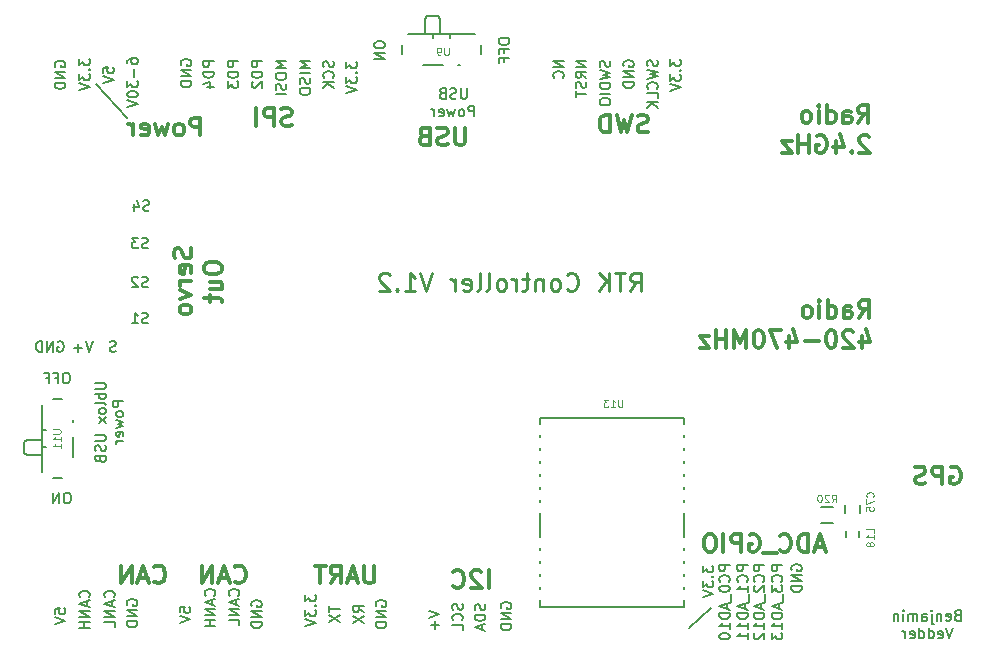
<source format=gbo>
%TF.GenerationSoftware,KiCad,Pcbnew,no-vcs-found-2c23c4c~60~ubuntu14.04.1*%
%TF.CreationDate,2017-10-20T13:03:47+02:00*%
%TF.ProjectId,RCCAR_IF_Board_GPS,52434341525F49465F426F6172645F47,rev?*%
%TF.SameCoordinates,Original*%
%TF.FileFunction,Legend,Bot*%
%TF.FilePolarity,Positive*%
%FSLAX46Y46*%
G04 Gerber Fmt 4.6, Leading zero omitted, Abs format (unit mm)*
G04 Created by KiCad (PCBNEW no-vcs-found-2c23c4c~60~ubuntu14.04.1) date Fri Oct 20 13:03:47 2017*
%MOMM*%
%LPD*%
G01*
G04 APERTURE LIST*
%ADD10C,0.200000*%
%ADD11C,0.300000*%
%ADD12C,0.152400*%
%ADD13C,0.279400*%
%ADD14C,0.150000*%
%ADD15C,0.101600*%
%ADD16C,6.101600*%
%ADD17R,1.300480X1.800860*%
%ADD18O,1.300480X1.800860*%
%ADD19R,1.828800X2.133600*%
%ADD20O,1.828800X2.133600*%
%ADD21R,0.601600X1.001600*%
%ADD22C,2.601600*%
%ADD23R,0.851600X0.901600*%
%ADD24R,0.701600X0.501600*%
%ADD25C,1.000760*%
%ADD26R,1.101600X0.901600*%
%ADD27R,0.801600X1.601600*%
%ADD28C,1.001600*%
%ADD29R,0.901600X1.101600*%
%ADD30R,1.601600X0.801600*%
%ADD31R,2.101600X0.901600*%
G04 APERTURE END LIST*
D10*
X160020000Y-121920000D02*
X158115000Y-123571000D01*
D11*
X180272142Y-109994000D02*
X180415000Y-109922571D01*
X180629285Y-109922571D01*
X180843571Y-109994000D01*
X180986428Y-110136857D01*
X181057857Y-110279714D01*
X181129285Y-110565428D01*
X181129285Y-110779714D01*
X181057857Y-111065428D01*
X180986428Y-111208285D01*
X180843571Y-111351142D01*
X180629285Y-111422571D01*
X180486428Y-111422571D01*
X180272142Y-111351142D01*
X180200714Y-111279714D01*
X180200714Y-110779714D01*
X180486428Y-110779714D01*
X179557857Y-111422571D02*
X179557857Y-109922571D01*
X178986428Y-109922571D01*
X178843571Y-109994000D01*
X178772142Y-110065428D01*
X178700714Y-110208285D01*
X178700714Y-110422571D01*
X178772142Y-110565428D01*
X178843571Y-110636857D01*
X178986428Y-110708285D01*
X179557857Y-110708285D01*
X178129285Y-111351142D02*
X177915000Y-111422571D01*
X177557857Y-111422571D01*
X177415000Y-111351142D01*
X177343571Y-111279714D01*
X177272142Y-111136857D01*
X177272142Y-110994000D01*
X177343571Y-110851142D01*
X177415000Y-110779714D01*
X177557857Y-110708285D01*
X177843571Y-110636857D01*
X177986428Y-110565428D01*
X178057857Y-110494000D01*
X178129285Y-110351142D01*
X178129285Y-110208285D01*
X178057857Y-110065428D01*
X177986428Y-109994000D01*
X177843571Y-109922571D01*
X177486428Y-109922571D01*
X177272142Y-109994000D01*
D12*
X105494666Y-102002166D02*
X105325333Y-102002166D01*
X105240666Y-102044500D01*
X105156000Y-102129166D01*
X105113666Y-102298500D01*
X105113666Y-102594833D01*
X105156000Y-102764166D01*
X105240666Y-102848833D01*
X105325333Y-102891166D01*
X105494666Y-102891166D01*
X105579333Y-102848833D01*
X105664000Y-102764166D01*
X105706333Y-102594833D01*
X105706333Y-102298500D01*
X105664000Y-102129166D01*
X105579333Y-102044500D01*
X105494666Y-102002166D01*
X104436333Y-102425500D02*
X104732666Y-102425500D01*
X104732666Y-102891166D02*
X104732666Y-102002166D01*
X104309333Y-102002166D01*
X103674333Y-102425500D02*
X103970666Y-102425500D01*
X103970666Y-102891166D02*
X103970666Y-102002166D01*
X103547333Y-102002166D01*
X107863216Y-102848833D02*
X108582883Y-102848833D01*
X108667550Y-102891166D01*
X108709883Y-102933500D01*
X108752216Y-103018166D01*
X108752216Y-103187500D01*
X108709883Y-103272166D01*
X108667550Y-103314500D01*
X108582883Y-103356833D01*
X107863216Y-103356833D01*
X108752216Y-103780166D02*
X107863216Y-103780166D01*
X108201883Y-103780166D02*
X108159550Y-103864833D01*
X108159550Y-104034166D01*
X108201883Y-104118833D01*
X108244216Y-104161166D01*
X108328883Y-104203500D01*
X108582883Y-104203500D01*
X108667550Y-104161166D01*
X108709883Y-104118833D01*
X108752216Y-104034166D01*
X108752216Y-103864833D01*
X108709883Y-103780166D01*
X108752216Y-104711500D02*
X108709883Y-104626833D01*
X108625216Y-104584500D01*
X107863216Y-104584500D01*
X108752216Y-105177166D02*
X108709883Y-105092500D01*
X108667550Y-105050166D01*
X108582883Y-105007833D01*
X108328883Y-105007833D01*
X108244216Y-105050166D01*
X108201883Y-105092500D01*
X108159550Y-105177166D01*
X108159550Y-105304166D01*
X108201883Y-105388833D01*
X108244216Y-105431166D01*
X108328883Y-105473500D01*
X108582883Y-105473500D01*
X108667550Y-105431166D01*
X108709883Y-105388833D01*
X108752216Y-105304166D01*
X108752216Y-105177166D01*
X108752216Y-105769833D02*
X108159550Y-106235500D01*
X108159550Y-105769833D02*
X108752216Y-106235500D01*
X107863216Y-107251500D02*
X108582883Y-107251500D01*
X108667550Y-107293833D01*
X108709883Y-107336166D01*
X108752216Y-107420833D01*
X108752216Y-107590166D01*
X108709883Y-107674833D01*
X108667550Y-107717166D01*
X108582883Y-107759500D01*
X107863216Y-107759500D01*
X108709883Y-108140500D02*
X108752216Y-108267500D01*
X108752216Y-108479166D01*
X108709883Y-108563833D01*
X108667550Y-108606166D01*
X108582883Y-108648500D01*
X108498216Y-108648500D01*
X108413550Y-108606166D01*
X108371216Y-108563833D01*
X108328883Y-108479166D01*
X108286550Y-108309833D01*
X108244216Y-108225166D01*
X108201883Y-108182833D01*
X108117216Y-108140500D01*
X108032550Y-108140500D01*
X107947883Y-108182833D01*
X107905550Y-108225166D01*
X107863216Y-108309833D01*
X107863216Y-108521500D01*
X107905550Y-108648500D01*
X108286550Y-109325833D02*
X108328883Y-109452833D01*
X108371216Y-109495166D01*
X108455883Y-109537500D01*
X108582883Y-109537500D01*
X108667550Y-109495166D01*
X108709883Y-109452833D01*
X108752216Y-109368166D01*
X108752216Y-109029500D01*
X107863216Y-109029500D01*
X107863216Y-109325833D01*
X107905550Y-109410500D01*
X107947883Y-109452833D01*
X108032550Y-109495166D01*
X108117216Y-109495166D01*
X108201883Y-109452833D01*
X108244216Y-109410500D01*
X108286550Y-109325833D01*
X108286550Y-109029500D01*
X110238116Y-104415166D02*
X109349116Y-104415166D01*
X109349116Y-104753833D01*
X109391450Y-104838500D01*
X109433783Y-104880833D01*
X109518450Y-104923166D01*
X109645450Y-104923166D01*
X109730116Y-104880833D01*
X109772450Y-104838500D01*
X109814783Y-104753833D01*
X109814783Y-104415166D01*
X110238116Y-105431166D02*
X110195783Y-105346500D01*
X110153450Y-105304166D01*
X110068783Y-105261833D01*
X109814783Y-105261833D01*
X109730116Y-105304166D01*
X109687783Y-105346500D01*
X109645450Y-105431166D01*
X109645450Y-105558166D01*
X109687783Y-105642833D01*
X109730116Y-105685166D01*
X109814783Y-105727500D01*
X110068783Y-105727500D01*
X110153450Y-105685166D01*
X110195783Y-105642833D01*
X110238116Y-105558166D01*
X110238116Y-105431166D01*
X109645450Y-106023833D02*
X110238116Y-106193166D01*
X109814783Y-106362500D01*
X110238116Y-106531833D01*
X109645450Y-106701166D01*
X110195783Y-107378500D02*
X110238116Y-107293833D01*
X110238116Y-107124500D01*
X110195783Y-107039833D01*
X110111116Y-106997500D01*
X109772450Y-106997500D01*
X109687783Y-107039833D01*
X109645450Y-107124500D01*
X109645450Y-107293833D01*
X109687783Y-107378500D01*
X109772450Y-107420833D01*
X109857116Y-107420833D01*
X109941783Y-106997500D01*
X110238116Y-107801833D02*
X109645450Y-107801833D01*
X109814783Y-107801833D02*
X109730116Y-107844166D01*
X109687783Y-107886500D01*
X109645450Y-107971166D01*
X109645450Y-108055833D01*
X105579333Y-112162166D02*
X105410000Y-112162166D01*
X105325333Y-112204500D01*
X105240666Y-112289166D01*
X105198333Y-112458500D01*
X105198333Y-112754833D01*
X105240666Y-112924166D01*
X105325333Y-113008833D01*
X105410000Y-113051166D01*
X105579333Y-113051166D01*
X105664000Y-113008833D01*
X105748666Y-112924166D01*
X105791000Y-112754833D01*
X105791000Y-112458500D01*
X105748666Y-112289166D01*
X105664000Y-112204500D01*
X105579333Y-112162166D01*
X104817333Y-113051166D02*
X104817333Y-112162166D01*
X104309333Y-113051166D01*
X104309333Y-112162166D01*
X131466166Y-74125666D02*
X131466166Y-74295000D01*
X131508500Y-74379666D01*
X131593166Y-74464333D01*
X131762500Y-74506666D01*
X132058833Y-74506666D01*
X132228166Y-74464333D01*
X132312833Y-74379666D01*
X132355166Y-74295000D01*
X132355166Y-74125666D01*
X132312833Y-74041000D01*
X132228166Y-73956333D01*
X132058833Y-73914000D01*
X131762500Y-73914000D01*
X131593166Y-73956333D01*
X131508500Y-74041000D01*
X131466166Y-74125666D01*
X132355166Y-74887666D02*
X131466166Y-74887666D01*
X132355166Y-75395666D01*
X131466166Y-75395666D01*
X142007166Y-73829333D02*
X142007166Y-73998666D01*
X142049500Y-74083333D01*
X142134166Y-74168000D01*
X142303500Y-74210333D01*
X142599833Y-74210333D01*
X142769166Y-74168000D01*
X142853833Y-74083333D01*
X142896166Y-73998666D01*
X142896166Y-73829333D01*
X142853833Y-73744666D01*
X142769166Y-73660000D01*
X142599833Y-73617666D01*
X142303500Y-73617666D01*
X142134166Y-73660000D01*
X142049500Y-73744666D01*
X142007166Y-73829333D01*
X142430500Y-74887666D02*
X142430500Y-74591333D01*
X142896166Y-74591333D02*
X142007166Y-74591333D01*
X142007166Y-75014666D01*
X142430500Y-75649666D02*
X142430500Y-75353333D01*
X142896166Y-75353333D02*
X142007166Y-75353333D01*
X142007166Y-75776666D01*
X139297833Y-77891216D02*
X139297833Y-78610883D01*
X139255500Y-78695550D01*
X139213166Y-78737883D01*
X139128500Y-78780216D01*
X138959166Y-78780216D01*
X138874500Y-78737883D01*
X138832166Y-78695550D01*
X138789833Y-78610883D01*
X138789833Y-77891216D01*
X138408833Y-78737883D02*
X138281833Y-78780216D01*
X138070166Y-78780216D01*
X137985500Y-78737883D01*
X137943166Y-78695550D01*
X137900833Y-78610883D01*
X137900833Y-78526216D01*
X137943166Y-78441550D01*
X137985500Y-78399216D01*
X138070166Y-78356883D01*
X138239500Y-78314550D01*
X138324166Y-78272216D01*
X138366500Y-78229883D01*
X138408833Y-78145216D01*
X138408833Y-78060550D01*
X138366500Y-77975883D01*
X138324166Y-77933550D01*
X138239500Y-77891216D01*
X138027833Y-77891216D01*
X137900833Y-77933550D01*
X137223500Y-78314550D02*
X137096500Y-78356883D01*
X137054166Y-78399216D01*
X137011833Y-78483883D01*
X137011833Y-78610883D01*
X137054166Y-78695550D01*
X137096500Y-78737883D01*
X137181166Y-78780216D01*
X137519833Y-78780216D01*
X137519833Y-77891216D01*
X137223500Y-77891216D01*
X137138833Y-77933550D01*
X137096500Y-77975883D01*
X137054166Y-78060550D01*
X137054166Y-78145216D01*
X137096500Y-78229883D01*
X137138833Y-78272216D01*
X137223500Y-78314550D01*
X137519833Y-78314550D01*
X139932833Y-80266116D02*
X139932833Y-79377116D01*
X139594166Y-79377116D01*
X139509500Y-79419450D01*
X139467166Y-79461783D01*
X139424833Y-79546450D01*
X139424833Y-79673450D01*
X139467166Y-79758116D01*
X139509500Y-79800450D01*
X139594166Y-79842783D01*
X139932833Y-79842783D01*
X138916833Y-80266116D02*
X139001500Y-80223783D01*
X139043833Y-80181450D01*
X139086166Y-80096783D01*
X139086166Y-79842783D01*
X139043833Y-79758116D01*
X139001500Y-79715783D01*
X138916833Y-79673450D01*
X138789833Y-79673450D01*
X138705166Y-79715783D01*
X138662833Y-79758116D01*
X138620500Y-79842783D01*
X138620500Y-80096783D01*
X138662833Y-80181450D01*
X138705166Y-80223783D01*
X138789833Y-80266116D01*
X138916833Y-80266116D01*
X138324166Y-79673450D02*
X138154833Y-80266116D01*
X137985500Y-79842783D01*
X137816166Y-80266116D01*
X137646833Y-79673450D01*
X136969500Y-80223783D02*
X137054166Y-80266116D01*
X137223500Y-80266116D01*
X137308166Y-80223783D01*
X137350500Y-80139116D01*
X137350500Y-79800450D01*
X137308166Y-79715783D01*
X137223500Y-79673450D01*
X137054166Y-79673450D01*
X136969500Y-79715783D01*
X136927166Y-79800450D01*
X136927166Y-79885116D01*
X137350500Y-79969783D01*
X136546166Y-80266116D02*
X136546166Y-79673450D01*
X136546166Y-79842783D02*
X136503833Y-79758116D01*
X136461500Y-79715783D01*
X136376833Y-79673450D01*
X136292166Y-79673450D01*
X112310333Y-91418833D02*
X112183333Y-91461166D01*
X111971666Y-91461166D01*
X111887000Y-91418833D01*
X111844666Y-91376500D01*
X111802333Y-91291833D01*
X111802333Y-91207166D01*
X111844666Y-91122500D01*
X111887000Y-91080166D01*
X111971666Y-91037833D01*
X112141000Y-90995500D01*
X112225666Y-90953166D01*
X112268000Y-90910833D01*
X112310333Y-90826166D01*
X112310333Y-90741500D01*
X112268000Y-90656833D01*
X112225666Y-90614500D01*
X112141000Y-90572166D01*
X111929333Y-90572166D01*
X111802333Y-90614500D01*
X111506000Y-90572166D02*
X110955666Y-90572166D01*
X111252000Y-90910833D01*
X111125000Y-90910833D01*
X111040333Y-90953166D01*
X110998000Y-90995500D01*
X110955666Y-91080166D01*
X110955666Y-91291833D01*
X110998000Y-91376500D01*
X111040333Y-91418833D01*
X111125000Y-91461166D01*
X111379000Y-91461166D01*
X111463666Y-91418833D01*
X111506000Y-91376500D01*
X112437333Y-88243833D02*
X112310333Y-88286166D01*
X112098666Y-88286166D01*
X112014000Y-88243833D01*
X111971666Y-88201500D01*
X111929333Y-88116833D01*
X111929333Y-88032166D01*
X111971666Y-87947500D01*
X112014000Y-87905166D01*
X112098666Y-87862833D01*
X112268000Y-87820500D01*
X112352666Y-87778166D01*
X112395000Y-87735833D01*
X112437333Y-87651166D01*
X112437333Y-87566500D01*
X112395000Y-87481833D01*
X112352666Y-87439500D01*
X112268000Y-87397166D01*
X112056333Y-87397166D01*
X111929333Y-87439500D01*
X111167333Y-87693500D02*
X111167333Y-88286166D01*
X111379000Y-87354833D02*
X111590666Y-87989833D01*
X111040333Y-87989833D01*
X112310333Y-94720833D02*
X112183333Y-94763166D01*
X111971666Y-94763166D01*
X111887000Y-94720833D01*
X111844666Y-94678500D01*
X111802333Y-94593833D01*
X111802333Y-94509166D01*
X111844666Y-94424500D01*
X111887000Y-94382166D01*
X111971666Y-94339833D01*
X112141000Y-94297500D01*
X112225666Y-94255166D01*
X112268000Y-94212833D01*
X112310333Y-94128166D01*
X112310333Y-94043500D01*
X112268000Y-93958833D01*
X112225666Y-93916500D01*
X112141000Y-93874166D01*
X111929333Y-93874166D01*
X111802333Y-93916500D01*
X111463666Y-93958833D02*
X111421333Y-93916500D01*
X111336666Y-93874166D01*
X111125000Y-93874166D01*
X111040333Y-93916500D01*
X110998000Y-93958833D01*
X110955666Y-94043500D01*
X110955666Y-94128166D01*
X110998000Y-94255166D01*
X111506000Y-94763166D01*
X110955666Y-94763166D01*
X112310333Y-97768833D02*
X112183333Y-97811166D01*
X111971666Y-97811166D01*
X111887000Y-97768833D01*
X111844666Y-97726500D01*
X111802333Y-97641833D01*
X111802333Y-97557166D01*
X111844666Y-97472500D01*
X111887000Y-97430166D01*
X111971666Y-97387833D01*
X112141000Y-97345500D01*
X112225666Y-97303166D01*
X112268000Y-97260833D01*
X112310333Y-97176166D01*
X112310333Y-97091500D01*
X112268000Y-97006833D01*
X112225666Y-96964500D01*
X112141000Y-96922166D01*
X111929333Y-96922166D01*
X111802333Y-96964500D01*
X110955666Y-97811166D02*
X111463666Y-97811166D01*
X111209666Y-97811166D02*
X111209666Y-96922166D01*
X111294333Y-97049166D01*
X111379000Y-97133833D01*
X111463666Y-97176166D01*
D11*
X115918142Y-91448285D02*
X115989571Y-91662571D01*
X115989571Y-92019714D01*
X115918142Y-92162571D01*
X115846714Y-92234000D01*
X115703857Y-92305428D01*
X115561000Y-92305428D01*
X115418142Y-92234000D01*
X115346714Y-92162571D01*
X115275285Y-92019714D01*
X115203857Y-91734000D01*
X115132428Y-91591142D01*
X115061000Y-91519714D01*
X114918142Y-91448285D01*
X114775285Y-91448285D01*
X114632428Y-91519714D01*
X114561000Y-91591142D01*
X114489571Y-91734000D01*
X114489571Y-92091142D01*
X114561000Y-92305428D01*
X115918142Y-93519714D02*
X115989571Y-93376857D01*
X115989571Y-93091142D01*
X115918142Y-92948285D01*
X115775285Y-92876857D01*
X115203857Y-92876857D01*
X115061000Y-92948285D01*
X114989571Y-93091142D01*
X114989571Y-93376857D01*
X115061000Y-93519714D01*
X115203857Y-93591142D01*
X115346714Y-93591142D01*
X115489571Y-92876857D01*
X115989571Y-94234000D02*
X114989571Y-94234000D01*
X115275285Y-94234000D02*
X115132428Y-94305428D01*
X115061000Y-94376857D01*
X114989571Y-94519714D01*
X114989571Y-94662571D01*
X114989571Y-95019714D02*
X115989571Y-95376857D01*
X114989571Y-95734000D01*
X115989571Y-96519714D02*
X115918142Y-96376857D01*
X115846714Y-96305428D01*
X115703857Y-96234000D01*
X115275285Y-96234000D01*
X115132428Y-96305428D01*
X115061000Y-96376857D01*
X114989571Y-96519714D01*
X114989571Y-96734000D01*
X115061000Y-96876857D01*
X115132428Y-96948285D01*
X115275285Y-97019714D01*
X115703857Y-97019714D01*
X115846714Y-96948285D01*
X115918142Y-96876857D01*
X115989571Y-96734000D01*
X115989571Y-96519714D01*
X117039571Y-92984000D02*
X117039571Y-93269714D01*
X117111000Y-93412571D01*
X117253857Y-93555428D01*
X117539571Y-93626857D01*
X118039571Y-93626857D01*
X118325285Y-93555428D01*
X118468142Y-93412571D01*
X118539571Y-93269714D01*
X118539571Y-92984000D01*
X118468142Y-92841142D01*
X118325285Y-92698285D01*
X118039571Y-92626857D01*
X117539571Y-92626857D01*
X117253857Y-92698285D01*
X117111000Y-92841142D01*
X117039571Y-92984000D01*
X117539571Y-94912571D02*
X118539571Y-94912571D01*
X117539571Y-94269714D02*
X118325285Y-94269714D01*
X118468142Y-94341142D01*
X118539571Y-94484000D01*
X118539571Y-94698285D01*
X118468142Y-94841142D01*
X118396714Y-94912571D01*
X117539571Y-95412571D02*
X117539571Y-95984000D01*
X117039571Y-95626857D02*
X118325285Y-95626857D01*
X118468142Y-95698285D01*
X118539571Y-95841142D01*
X118539571Y-95984000D01*
D12*
X109601000Y-100181833D02*
X109474000Y-100224166D01*
X109262333Y-100224166D01*
X109177666Y-100181833D01*
X109135333Y-100139500D01*
X109093000Y-100054833D01*
X109093000Y-99970166D01*
X109135333Y-99885500D01*
X109177666Y-99843166D01*
X109262333Y-99800833D01*
X109431666Y-99758500D01*
X109516333Y-99716166D01*
X109558666Y-99673833D01*
X109601000Y-99589166D01*
X109601000Y-99504500D01*
X109558666Y-99419833D01*
X109516333Y-99377500D01*
X109431666Y-99335166D01*
X109220000Y-99335166D01*
X109093000Y-99377500D01*
X107653666Y-99335166D02*
X107357333Y-100224166D01*
X107061000Y-99335166D01*
X106764666Y-99885500D02*
X106087333Y-99885500D01*
X106426000Y-100224166D02*
X106426000Y-99546833D01*
X104690333Y-99377500D02*
X104775000Y-99335166D01*
X104902000Y-99335166D01*
X105029000Y-99377500D01*
X105113666Y-99462166D01*
X105156000Y-99546833D01*
X105198333Y-99716166D01*
X105198333Y-99843166D01*
X105156000Y-100012500D01*
X105113666Y-100097166D01*
X105029000Y-100181833D01*
X104902000Y-100224166D01*
X104817333Y-100224166D01*
X104690333Y-100181833D01*
X104648000Y-100139500D01*
X104648000Y-99843166D01*
X104817333Y-99843166D01*
X104267000Y-100224166D02*
X104267000Y-99335166D01*
X103759000Y-100224166D01*
X103759000Y-99335166D01*
X103335666Y-100224166D02*
X103335666Y-99335166D01*
X103124000Y-99335166D01*
X102997000Y-99377500D01*
X102912333Y-99462166D01*
X102870000Y-99546833D01*
X102827666Y-99716166D01*
X102827666Y-99843166D01*
X102870000Y-100012500D01*
X102912333Y-100097166D01*
X102997000Y-100181833D01*
X103124000Y-100224166D01*
X103335666Y-100224166D01*
X180848000Y-122510550D02*
X180721000Y-122552883D01*
X180678666Y-122595216D01*
X180636333Y-122679883D01*
X180636333Y-122806883D01*
X180678666Y-122891550D01*
X180721000Y-122933883D01*
X180805666Y-122976216D01*
X181144333Y-122976216D01*
X181144333Y-122087216D01*
X180848000Y-122087216D01*
X180763333Y-122129550D01*
X180721000Y-122171883D01*
X180678666Y-122256550D01*
X180678666Y-122341216D01*
X180721000Y-122425883D01*
X180763333Y-122468216D01*
X180848000Y-122510550D01*
X181144333Y-122510550D01*
X179916666Y-122933883D02*
X180001333Y-122976216D01*
X180170666Y-122976216D01*
X180255333Y-122933883D01*
X180297666Y-122849216D01*
X180297666Y-122510550D01*
X180255333Y-122425883D01*
X180170666Y-122383550D01*
X180001333Y-122383550D01*
X179916666Y-122425883D01*
X179874333Y-122510550D01*
X179874333Y-122595216D01*
X180297666Y-122679883D01*
X179493333Y-122383550D02*
X179493333Y-122976216D01*
X179493333Y-122468216D02*
X179451000Y-122425883D01*
X179366333Y-122383550D01*
X179239333Y-122383550D01*
X179154666Y-122425883D01*
X179112333Y-122510550D01*
X179112333Y-122976216D01*
X178689000Y-122383550D02*
X178689000Y-123145550D01*
X178731333Y-123230216D01*
X178816000Y-123272550D01*
X178858333Y-123272550D01*
X178689000Y-122087216D02*
X178731333Y-122129550D01*
X178689000Y-122171883D01*
X178646666Y-122129550D01*
X178689000Y-122087216D01*
X178689000Y-122171883D01*
X177884666Y-122976216D02*
X177884666Y-122510550D01*
X177927000Y-122425883D01*
X178011666Y-122383550D01*
X178181000Y-122383550D01*
X178265666Y-122425883D01*
X177884666Y-122933883D02*
X177969333Y-122976216D01*
X178181000Y-122976216D01*
X178265666Y-122933883D01*
X178308000Y-122849216D01*
X178308000Y-122764550D01*
X178265666Y-122679883D01*
X178181000Y-122637550D01*
X177969333Y-122637550D01*
X177884666Y-122595216D01*
X177461333Y-122976216D02*
X177461333Y-122383550D01*
X177461333Y-122468216D02*
X177419000Y-122425883D01*
X177334333Y-122383550D01*
X177207333Y-122383550D01*
X177122666Y-122425883D01*
X177080333Y-122510550D01*
X177080333Y-122976216D01*
X177080333Y-122510550D02*
X177038000Y-122425883D01*
X176953333Y-122383550D01*
X176826333Y-122383550D01*
X176741666Y-122425883D01*
X176699333Y-122510550D01*
X176699333Y-122976216D01*
X176276000Y-122976216D02*
X176276000Y-122383550D01*
X176276000Y-122087216D02*
X176318333Y-122129550D01*
X176276000Y-122171883D01*
X176233666Y-122129550D01*
X176276000Y-122087216D01*
X176276000Y-122171883D01*
X175852666Y-122383550D02*
X175852666Y-122976216D01*
X175852666Y-122468216D02*
X175810333Y-122425883D01*
X175725666Y-122383550D01*
X175598666Y-122383550D01*
X175514000Y-122425883D01*
X175471666Y-122510550D01*
X175471666Y-122976216D01*
X180445833Y-123573116D02*
X180149500Y-124462116D01*
X179853166Y-123573116D01*
X179218166Y-124419783D02*
X179302833Y-124462116D01*
X179472166Y-124462116D01*
X179556833Y-124419783D01*
X179599166Y-124335116D01*
X179599166Y-123996450D01*
X179556833Y-123911783D01*
X179472166Y-123869450D01*
X179302833Y-123869450D01*
X179218166Y-123911783D01*
X179175833Y-123996450D01*
X179175833Y-124081116D01*
X179599166Y-124165783D01*
X178413833Y-124462116D02*
X178413833Y-123573116D01*
X178413833Y-124419783D02*
X178498500Y-124462116D01*
X178667833Y-124462116D01*
X178752500Y-124419783D01*
X178794833Y-124377450D01*
X178837166Y-124292783D01*
X178837166Y-124038783D01*
X178794833Y-123954116D01*
X178752500Y-123911783D01*
X178667833Y-123869450D01*
X178498500Y-123869450D01*
X178413833Y-123911783D01*
X177609500Y-124462116D02*
X177609500Y-123573116D01*
X177609500Y-124419783D02*
X177694166Y-124462116D01*
X177863500Y-124462116D01*
X177948166Y-124419783D01*
X177990500Y-124377450D01*
X178032833Y-124292783D01*
X178032833Y-124038783D01*
X177990500Y-123954116D01*
X177948166Y-123911783D01*
X177863500Y-123869450D01*
X177694166Y-123869450D01*
X177609500Y-123911783D01*
X176847500Y-124419783D02*
X176932166Y-124462116D01*
X177101500Y-124462116D01*
X177186166Y-124419783D01*
X177228500Y-124335116D01*
X177228500Y-123996450D01*
X177186166Y-123911783D01*
X177101500Y-123869450D01*
X176932166Y-123869450D01*
X176847500Y-123911783D01*
X176805166Y-123996450D01*
X176805166Y-124081116D01*
X177228500Y-124165783D01*
X176424166Y-124462116D02*
X176424166Y-123869450D01*
X176424166Y-124038783D02*
X176381833Y-123954116D01*
X176339500Y-123911783D01*
X176254833Y-123869450D01*
X176170166Y-123869450D01*
D13*
X153162000Y-95050428D02*
X153670000Y-94324714D01*
X154032857Y-95050428D02*
X154032857Y-93526428D01*
X153452285Y-93526428D01*
X153307142Y-93599000D01*
X153234571Y-93671571D01*
X153162000Y-93816714D01*
X153162000Y-94034428D01*
X153234571Y-94179571D01*
X153307142Y-94252142D01*
X153452285Y-94324714D01*
X154032857Y-94324714D01*
X152726571Y-93526428D02*
X151855714Y-93526428D01*
X152291142Y-95050428D02*
X152291142Y-93526428D01*
X151347714Y-95050428D02*
X151347714Y-93526428D01*
X150476857Y-95050428D02*
X151130000Y-94179571D01*
X150476857Y-93526428D02*
X151347714Y-94397285D01*
X147791714Y-94905285D02*
X147864285Y-94977857D01*
X148082000Y-95050428D01*
X148227142Y-95050428D01*
X148444857Y-94977857D01*
X148590000Y-94832714D01*
X148662571Y-94687571D01*
X148735142Y-94397285D01*
X148735142Y-94179571D01*
X148662571Y-93889285D01*
X148590000Y-93744142D01*
X148444857Y-93599000D01*
X148227142Y-93526428D01*
X148082000Y-93526428D01*
X147864285Y-93599000D01*
X147791714Y-93671571D01*
X146920857Y-95050428D02*
X147066000Y-94977857D01*
X147138571Y-94905285D01*
X147211142Y-94760142D01*
X147211142Y-94324714D01*
X147138571Y-94179571D01*
X147066000Y-94107000D01*
X146920857Y-94034428D01*
X146703142Y-94034428D01*
X146558000Y-94107000D01*
X146485428Y-94179571D01*
X146412857Y-94324714D01*
X146412857Y-94760142D01*
X146485428Y-94905285D01*
X146558000Y-94977857D01*
X146703142Y-95050428D01*
X146920857Y-95050428D01*
X145759714Y-94034428D02*
X145759714Y-95050428D01*
X145759714Y-94179571D02*
X145687142Y-94107000D01*
X145542000Y-94034428D01*
X145324285Y-94034428D01*
X145179142Y-94107000D01*
X145106571Y-94252142D01*
X145106571Y-95050428D01*
X144598571Y-94034428D02*
X144018000Y-94034428D01*
X144380857Y-93526428D02*
X144380857Y-94832714D01*
X144308285Y-94977857D01*
X144163142Y-95050428D01*
X144018000Y-95050428D01*
X143510000Y-95050428D02*
X143510000Y-94034428D01*
X143510000Y-94324714D02*
X143437428Y-94179571D01*
X143364857Y-94107000D01*
X143219714Y-94034428D01*
X143074571Y-94034428D01*
X142348857Y-95050428D02*
X142494000Y-94977857D01*
X142566571Y-94905285D01*
X142639142Y-94760142D01*
X142639142Y-94324714D01*
X142566571Y-94179571D01*
X142494000Y-94107000D01*
X142348857Y-94034428D01*
X142131142Y-94034428D01*
X141986000Y-94107000D01*
X141913428Y-94179571D01*
X141840857Y-94324714D01*
X141840857Y-94760142D01*
X141913428Y-94905285D01*
X141986000Y-94977857D01*
X142131142Y-95050428D01*
X142348857Y-95050428D01*
X140970000Y-95050428D02*
X141115142Y-94977857D01*
X141187714Y-94832714D01*
X141187714Y-93526428D01*
X140171714Y-95050428D02*
X140316857Y-94977857D01*
X140389428Y-94832714D01*
X140389428Y-93526428D01*
X139010571Y-94977857D02*
X139155714Y-95050428D01*
X139446000Y-95050428D01*
X139591142Y-94977857D01*
X139663714Y-94832714D01*
X139663714Y-94252142D01*
X139591142Y-94107000D01*
X139446000Y-94034428D01*
X139155714Y-94034428D01*
X139010571Y-94107000D01*
X138938000Y-94252142D01*
X138938000Y-94397285D01*
X139663714Y-94542428D01*
X138284857Y-95050428D02*
X138284857Y-94034428D01*
X138284857Y-94324714D02*
X138212285Y-94179571D01*
X138139714Y-94107000D01*
X137994571Y-94034428D01*
X137849428Y-94034428D01*
X136398000Y-93526428D02*
X135890000Y-95050428D01*
X135382000Y-93526428D01*
X134075714Y-95050428D02*
X134946571Y-95050428D01*
X134511142Y-95050428D02*
X134511142Y-93526428D01*
X134656285Y-93744142D01*
X134801428Y-93889285D01*
X134946571Y-93961857D01*
X133422571Y-94905285D02*
X133350000Y-94977857D01*
X133422571Y-95050428D01*
X133495142Y-94977857D01*
X133422571Y-94905285D01*
X133422571Y-95050428D01*
X132769428Y-93671571D02*
X132696857Y-93599000D01*
X132551714Y-93526428D01*
X132188857Y-93526428D01*
X132043714Y-93599000D01*
X131971142Y-93671571D01*
X131898571Y-93816714D01*
X131898571Y-93961857D01*
X131971142Y-94179571D01*
X132842000Y-95050428D01*
X131898571Y-95050428D01*
D11*
X172453714Y-80810571D02*
X172953714Y-80096285D01*
X173310857Y-80810571D02*
X173310857Y-79310571D01*
X172739428Y-79310571D01*
X172596571Y-79382000D01*
X172525142Y-79453428D01*
X172453714Y-79596285D01*
X172453714Y-79810571D01*
X172525142Y-79953428D01*
X172596571Y-80024857D01*
X172739428Y-80096285D01*
X173310857Y-80096285D01*
X171168000Y-80810571D02*
X171168000Y-80024857D01*
X171239428Y-79882000D01*
X171382285Y-79810571D01*
X171668000Y-79810571D01*
X171810857Y-79882000D01*
X171168000Y-80739142D02*
X171310857Y-80810571D01*
X171668000Y-80810571D01*
X171810857Y-80739142D01*
X171882285Y-80596285D01*
X171882285Y-80453428D01*
X171810857Y-80310571D01*
X171668000Y-80239142D01*
X171310857Y-80239142D01*
X171168000Y-80167714D01*
X169810857Y-80810571D02*
X169810857Y-79310571D01*
X169810857Y-80739142D02*
X169953714Y-80810571D01*
X170239428Y-80810571D01*
X170382285Y-80739142D01*
X170453714Y-80667714D01*
X170525142Y-80524857D01*
X170525142Y-80096285D01*
X170453714Y-79953428D01*
X170382285Y-79882000D01*
X170239428Y-79810571D01*
X169953714Y-79810571D01*
X169810857Y-79882000D01*
X169096571Y-80810571D02*
X169096571Y-79810571D01*
X169096571Y-79310571D02*
X169168000Y-79382000D01*
X169096571Y-79453428D01*
X169025142Y-79382000D01*
X169096571Y-79310571D01*
X169096571Y-79453428D01*
X168168000Y-80810571D02*
X168310857Y-80739142D01*
X168382285Y-80667714D01*
X168453714Y-80524857D01*
X168453714Y-80096285D01*
X168382285Y-79953428D01*
X168310857Y-79882000D01*
X168168000Y-79810571D01*
X167953714Y-79810571D01*
X167810857Y-79882000D01*
X167739428Y-79953428D01*
X167668000Y-80096285D01*
X167668000Y-80524857D01*
X167739428Y-80667714D01*
X167810857Y-80739142D01*
X167953714Y-80810571D01*
X168168000Y-80810571D01*
X173382285Y-82003428D02*
X173310857Y-81932000D01*
X173168000Y-81860571D01*
X172810857Y-81860571D01*
X172668000Y-81932000D01*
X172596571Y-82003428D01*
X172525142Y-82146285D01*
X172525142Y-82289142D01*
X172596571Y-82503428D01*
X173453714Y-83360571D01*
X172525142Y-83360571D01*
X171882285Y-83217714D02*
X171810857Y-83289142D01*
X171882285Y-83360571D01*
X171953714Y-83289142D01*
X171882285Y-83217714D01*
X171882285Y-83360571D01*
X170525142Y-82360571D02*
X170525142Y-83360571D01*
X170882285Y-81789142D02*
X171239428Y-82860571D01*
X170310857Y-82860571D01*
X168953714Y-81932000D02*
X169096571Y-81860571D01*
X169310857Y-81860571D01*
X169525142Y-81932000D01*
X169668000Y-82074857D01*
X169739428Y-82217714D01*
X169810857Y-82503428D01*
X169810857Y-82717714D01*
X169739428Y-83003428D01*
X169668000Y-83146285D01*
X169525142Y-83289142D01*
X169310857Y-83360571D01*
X169168000Y-83360571D01*
X168953714Y-83289142D01*
X168882285Y-83217714D01*
X168882285Y-82717714D01*
X169168000Y-82717714D01*
X168239428Y-83360571D02*
X168239428Y-81860571D01*
X168239428Y-82574857D02*
X167382285Y-82574857D01*
X167382285Y-83360571D02*
X167382285Y-81860571D01*
X166810857Y-82360571D02*
X166025142Y-82360571D01*
X166810857Y-83360571D01*
X166025142Y-83360571D01*
X172517214Y-97320571D02*
X173017214Y-96606285D01*
X173374357Y-97320571D02*
X173374357Y-95820571D01*
X172802928Y-95820571D01*
X172660071Y-95892000D01*
X172588642Y-95963428D01*
X172517214Y-96106285D01*
X172517214Y-96320571D01*
X172588642Y-96463428D01*
X172660071Y-96534857D01*
X172802928Y-96606285D01*
X173374357Y-96606285D01*
X171231500Y-97320571D02*
X171231500Y-96534857D01*
X171302928Y-96392000D01*
X171445785Y-96320571D01*
X171731500Y-96320571D01*
X171874357Y-96392000D01*
X171231500Y-97249142D02*
X171374357Y-97320571D01*
X171731500Y-97320571D01*
X171874357Y-97249142D01*
X171945785Y-97106285D01*
X171945785Y-96963428D01*
X171874357Y-96820571D01*
X171731500Y-96749142D01*
X171374357Y-96749142D01*
X171231500Y-96677714D01*
X169874357Y-97320571D02*
X169874357Y-95820571D01*
X169874357Y-97249142D02*
X170017214Y-97320571D01*
X170302928Y-97320571D01*
X170445785Y-97249142D01*
X170517214Y-97177714D01*
X170588642Y-97034857D01*
X170588642Y-96606285D01*
X170517214Y-96463428D01*
X170445785Y-96392000D01*
X170302928Y-96320571D01*
X170017214Y-96320571D01*
X169874357Y-96392000D01*
X169160071Y-97320571D02*
X169160071Y-96320571D01*
X169160071Y-95820571D02*
X169231500Y-95892000D01*
X169160071Y-95963428D01*
X169088642Y-95892000D01*
X169160071Y-95820571D01*
X169160071Y-95963428D01*
X168231500Y-97320571D02*
X168374357Y-97249142D01*
X168445785Y-97177714D01*
X168517214Y-97034857D01*
X168517214Y-96606285D01*
X168445785Y-96463428D01*
X168374357Y-96392000D01*
X168231500Y-96320571D01*
X168017214Y-96320571D01*
X167874357Y-96392000D01*
X167802928Y-96463428D01*
X167731500Y-96606285D01*
X167731500Y-97034857D01*
X167802928Y-97177714D01*
X167874357Y-97249142D01*
X168017214Y-97320571D01*
X168231500Y-97320571D01*
X172731500Y-98870571D02*
X172731500Y-99870571D01*
X173088642Y-98299142D02*
X173445785Y-99370571D01*
X172517214Y-99370571D01*
X172017214Y-98513428D02*
X171945785Y-98442000D01*
X171802928Y-98370571D01*
X171445785Y-98370571D01*
X171302928Y-98442000D01*
X171231500Y-98513428D01*
X171160071Y-98656285D01*
X171160071Y-98799142D01*
X171231500Y-99013428D01*
X172088642Y-99870571D01*
X171160071Y-99870571D01*
X170231500Y-98370571D02*
X170088642Y-98370571D01*
X169945785Y-98442000D01*
X169874357Y-98513428D01*
X169802928Y-98656285D01*
X169731500Y-98942000D01*
X169731500Y-99299142D01*
X169802928Y-99584857D01*
X169874357Y-99727714D01*
X169945785Y-99799142D01*
X170088642Y-99870571D01*
X170231500Y-99870571D01*
X170374357Y-99799142D01*
X170445785Y-99727714D01*
X170517214Y-99584857D01*
X170588642Y-99299142D01*
X170588642Y-98942000D01*
X170517214Y-98656285D01*
X170445785Y-98513428D01*
X170374357Y-98442000D01*
X170231500Y-98370571D01*
X169088642Y-99299142D02*
X167945785Y-99299142D01*
X166588642Y-98870571D02*
X166588642Y-99870571D01*
X166945785Y-98299142D02*
X167302928Y-99370571D01*
X166374357Y-99370571D01*
X165945785Y-98370571D02*
X164945785Y-98370571D01*
X165588642Y-99870571D01*
X164088642Y-98370571D02*
X163945785Y-98370571D01*
X163802928Y-98442000D01*
X163731500Y-98513428D01*
X163660071Y-98656285D01*
X163588642Y-98942000D01*
X163588642Y-99299142D01*
X163660071Y-99584857D01*
X163731500Y-99727714D01*
X163802928Y-99799142D01*
X163945785Y-99870571D01*
X164088642Y-99870571D01*
X164231500Y-99799142D01*
X164302928Y-99727714D01*
X164374357Y-99584857D01*
X164445785Y-99299142D01*
X164445785Y-98942000D01*
X164374357Y-98656285D01*
X164302928Y-98513428D01*
X164231500Y-98442000D01*
X164088642Y-98370571D01*
X162945785Y-99870571D02*
X162945785Y-98370571D01*
X162445785Y-99442000D01*
X161945785Y-98370571D01*
X161945785Y-99870571D01*
X161231500Y-99870571D02*
X161231500Y-98370571D01*
X161231500Y-99084857D02*
X160374357Y-99084857D01*
X160374357Y-99870571D02*
X160374357Y-98370571D01*
X159802928Y-98870571D02*
X159017214Y-98870571D01*
X159802928Y-99870571D01*
X159017214Y-99870571D01*
D10*
X107950000Y-77533500D02*
X110553500Y-80454500D01*
D11*
X116756285Y-81895071D02*
X116756285Y-80395071D01*
X116184857Y-80395071D01*
X116042000Y-80466500D01*
X115970571Y-80537928D01*
X115899142Y-80680785D01*
X115899142Y-80895071D01*
X115970571Y-81037928D01*
X116042000Y-81109357D01*
X116184857Y-81180785D01*
X116756285Y-81180785D01*
X115042000Y-81895071D02*
X115184857Y-81823642D01*
X115256285Y-81752214D01*
X115327714Y-81609357D01*
X115327714Y-81180785D01*
X115256285Y-81037928D01*
X115184857Y-80966500D01*
X115042000Y-80895071D01*
X114827714Y-80895071D01*
X114684857Y-80966500D01*
X114613428Y-81037928D01*
X114542000Y-81180785D01*
X114542000Y-81609357D01*
X114613428Y-81752214D01*
X114684857Y-81823642D01*
X114827714Y-81895071D01*
X115042000Y-81895071D01*
X114042000Y-80895071D02*
X113756285Y-81895071D01*
X113470571Y-81180785D01*
X113184857Y-81895071D01*
X112899142Y-80895071D01*
X111756285Y-81823642D02*
X111899142Y-81895071D01*
X112184857Y-81895071D01*
X112327714Y-81823642D01*
X112399142Y-81680785D01*
X112399142Y-81109357D01*
X112327714Y-80966500D01*
X112184857Y-80895071D01*
X111899142Y-80895071D01*
X111756285Y-80966500D01*
X111684857Y-81109357D01*
X111684857Y-81252214D01*
X112399142Y-81395071D01*
X111042000Y-81895071D02*
X111042000Y-80895071D01*
X111042000Y-81180785D02*
X110970571Y-81037928D01*
X110899142Y-80966500D01*
X110756285Y-80895071D01*
X110613428Y-80895071D01*
D12*
X110574666Y-75797833D02*
X110574666Y-75628500D01*
X110617000Y-75543833D01*
X110659333Y-75501500D01*
X110786333Y-75416833D01*
X110955666Y-75374500D01*
X111294333Y-75374500D01*
X111379000Y-75416833D01*
X111421333Y-75459166D01*
X111463666Y-75543833D01*
X111463666Y-75713166D01*
X111421333Y-75797833D01*
X111379000Y-75840166D01*
X111294333Y-75882500D01*
X111082666Y-75882500D01*
X110998000Y-75840166D01*
X110955666Y-75797833D01*
X110913333Y-75713166D01*
X110913333Y-75543833D01*
X110955666Y-75459166D01*
X110998000Y-75416833D01*
X111082666Y-75374500D01*
X111125000Y-76263500D02*
X111125000Y-76940833D01*
X110574666Y-77279500D02*
X110574666Y-77829833D01*
X110913333Y-77533500D01*
X110913333Y-77660500D01*
X110955666Y-77745166D01*
X110998000Y-77787500D01*
X111082666Y-77829833D01*
X111294333Y-77829833D01*
X111379000Y-77787500D01*
X111421333Y-77745166D01*
X111463666Y-77660500D01*
X111463666Y-77406500D01*
X111421333Y-77321833D01*
X111379000Y-77279500D01*
X110574666Y-78380166D02*
X110574666Y-78464833D01*
X110617000Y-78549500D01*
X110659333Y-78591833D01*
X110744000Y-78634166D01*
X110913333Y-78676500D01*
X111125000Y-78676500D01*
X111294333Y-78634166D01*
X111379000Y-78591833D01*
X111421333Y-78549500D01*
X111463666Y-78464833D01*
X111463666Y-78380166D01*
X111421333Y-78295500D01*
X111379000Y-78253166D01*
X111294333Y-78210833D01*
X111125000Y-78168500D01*
X110913333Y-78168500D01*
X110744000Y-78210833D01*
X110659333Y-78253166D01*
X110617000Y-78295500D01*
X110574666Y-78380166D01*
X110574666Y-78930500D02*
X111463666Y-79226833D01*
X110574666Y-79523166D01*
X108542666Y-76602166D02*
X108542666Y-76178833D01*
X108966000Y-76136500D01*
X108923666Y-76178833D01*
X108881333Y-76263500D01*
X108881333Y-76475166D01*
X108923666Y-76559833D01*
X108966000Y-76602166D01*
X109050666Y-76644500D01*
X109262333Y-76644500D01*
X109347000Y-76602166D01*
X109389333Y-76559833D01*
X109431666Y-76475166D01*
X109431666Y-76263500D01*
X109389333Y-76178833D01*
X109347000Y-76136500D01*
X108542666Y-76898500D02*
X109431666Y-77194833D01*
X108542666Y-77491166D01*
X106510666Y-75395666D02*
X106510666Y-75946000D01*
X106849333Y-75649666D01*
X106849333Y-75776666D01*
X106891666Y-75861333D01*
X106934000Y-75903666D01*
X107018666Y-75946000D01*
X107230333Y-75946000D01*
X107315000Y-75903666D01*
X107357333Y-75861333D01*
X107399666Y-75776666D01*
X107399666Y-75522666D01*
X107357333Y-75438000D01*
X107315000Y-75395666D01*
X107315000Y-76327000D02*
X107357333Y-76369333D01*
X107399666Y-76327000D01*
X107357333Y-76284666D01*
X107315000Y-76327000D01*
X107399666Y-76327000D01*
X106510666Y-76665666D02*
X106510666Y-77216000D01*
X106849333Y-76919666D01*
X106849333Y-77046666D01*
X106891666Y-77131333D01*
X106934000Y-77173666D01*
X107018666Y-77216000D01*
X107230333Y-77216000D01*
X107315000Y-77173666D01*
X107357333Y-77131333D01*
X107399666Y-77046666D01*
X107399666Y-76792666D01*
X107357333Y-76708000D01*
X107315000Y-76665666D01*
X106510666Y-77470000D02*
X107399666Y-77766333D01*
X106510666Y-78062666D01*
X104457500Y-76094166D02*
X104415166Y-76009500D01*
X104415166Y-75882500D01*
X104457500Y-75755500D01*
X104542166Y-75670833D01*
X104626833Y-75628500D01*
X104796166Y-75586166D01*
X104923166Y-75586166D01*
X105092500Y-75628500D01*
X105177166Y-75670833D01*
X105261833Y-75755500D01*
X105304166Y-75882500D01*
X105304166Y-75967166D01*
X105261833Y-76094166D01*
X105219500Y-76136500D01*
X104923166Y-76136500D01*
X104923166Y-75967166D01*
X105304166Y-76517500D02*
X104415166Y-76517500D01*
X105304166Y-77025500D01*
X104415166Y-77025500D01*
X105304166Y-77448833D02*
X104415166Y-77448833D01*
X104415166Y-77660500D01*
X104457500Y-77787500D01*
X104542166Y-77872166D01*
X104626833Y-77914500D01*
X104796166Y-77956833D01*
X104923166Y-77956833D01*
X105092500Y-77914500D01*
X105177166Y-77872166D01*
X105261833Y-77787500D01*
X105304166Y-77660500D01*
X105304166Y-77448833D01*
D11*
X124471714Y-80998142D02*
X124257428Y-81069571D01*
X123900285Y-81069571D01*
X123757428Y-80998142D01*
X123686000Y-80926714D01*
X123614571Y-80783857D01*
X123614571Y-80641000D01*
X123686000Y-80498142D01*
X123757428Y-80426714D01*
X123900285Y-80355285D01*
X124186000Y-80283857D01*
X124328857Y-80212428D01*
X124400285Y-80141000D01*
X124471714Y-79998142D01*
X124471714Y-79855285D01*
X124400285Y-79712428D01*
X124328857Y-79641000D01*
X124186000Y-79569571D01*
X123828857Y-79569571D01*
X123614571Y-79641000D01*
X122971714Y-81069571D02*
X122971714Y-79569571D01*
X122400285Y-79569571D01*
X122257428Y-79641000D01*
X122186000Y-79712428D01*
X122114571Y-79855285D01*
X122114571Y-80069571D01*
X122186000Y-80212428D01*
X122257428Y-80283857D01*
X122400285Y-80355285D01*
X122971714Y-80355285D01*
X121471714Y-81069571D02*
X121471714Y-79569571D01*
D12*
X115125500Y-75967166D02*
X115083166Y-75882500D01*
X115083166Y-75755500D01*
X115125500Y-75628500D01*
X115210166Y-75543833D01*
X115294833Y-75501500D01*
X115464166Y-75459166D01*
X115591166Y-75459166D01*
X115760500Y-75501500D01*
X115845166Y-75543833D01*
X115929833Y-75628500D01*
X115972166Y-75755500D01*
X115972166Y-75840166D01*
X115929833Y-75967166D01*
X115887500Y-76009500D01*
X115591166Y-76009500D01*
X115591166Y-75840166D01*
X115972166Y-76390500D02*
X115083166Y-76390500D01*
X115972166Y-76898500D01*
X115083166Y-76898500D01*
X115972166Y-77321833D02*
X115083166Y-77321833D01*
X115083166Y-77533500D01*
X115125500Y-77660500D01*
X115210166Y-77745166D01*
X115294833Y-77787500D01*
X115464166Y-77829833D01*
X115591166Y-77829833D01*
X115760500Y-77787500D01*
X115845166Y-77745166D01*
X115929833Y-77660500D01*
X115972166Y-77533500D01*
X115972166Y-77321833D01*
X117877166Y-75607333D02*
X116988166Y-75607333D01*
X116988166Y-75946000D01*
X117030500Y-76030666D01*
X117072833Y-76073000D01*
X117157500Y-76115333D01*
X117284500Y-76115333D01*
X117369166Y-76073000D01*
X117411500Y-76030666D01*
X117453833Y-75946000D01*
X117453833Y-75607333D01*
X117877166Y-76496333D02*
X116988166Y-76496333D01*
X116988166Y-76708000D01*
X117030500Y-76835000D01*
X117115166Y-76919666D01*
X117199833Y-76962000D01*
X117369166Y-77004333D01*
X117496166Y-77004333D01*
X117665500Y-76962000D01*
X117750166Y-76919666D01*
X117834833Y-76835000D01*
X117877166Y-76708000D01*
X117877166Y-76496333D01*
X117284500Y-77766333D02*
X117877166Y-77766333D01*
X116945833Y-77554666D02*
X117580833Y-77343000D01*
X117580833Y-77893333D01*
X119972666Y-75607333D02*
X119083666Y-75607333D01*
X119083666Y-75946000D01*
X119126000Y-76030666D01*
X119168333Y-76073000D01*
X119253000Y-76115333D01*
X119380000Y-76115333D01*
X119464666Y-76073000D01*
X119507000Y-76030666D01*
X119549333Y-75946000D01*
X119549333Y-75607333D01*
X119972666Y-76496333D02*
X119083666Y-76496333D01*
X119083666Y-76708000D01*
X119126000Y-76835000D01*
X119210666Y-76919666D01*
X119295333Y-76962000D01*
X119464666Y-77004333D01*
X119591666Y-77004333D01*
X119761000Y-76962000D01*
X119845666Y-76919666D01*
X119930333Y-76835000D01*
X119972666Y-76708000D01*
X119972666Y-76496333D01*
X119083666Y-77300666D02*
X119083666Y-77851000D01*
X119422333Y-77554666D01*
X119422333Y-77681666D01*
X119464666Y-77766333D01*
X119507000Y-77808666D01*
X119591666Y-77851000D01*
X119803333Y-77851000D01*
X119888000Y-77808666D01*
X119930333Y-77766333D01*
X119972666Y-77681666D01*
X119972666Y-77427666D01*
X119930333Y-77343000D01*
X119888000Y-77300666D01*
X122004666Y-75607333D02*
X121115666Y-75607333D01*
X121115666Y-75946000D01*
X121158000Y-76030666D01*
X121200333Y-76073000D01*
X121285000Y-76115333D01*
X121412000Y-76115333D01*
X121496666Y-76073000D01*
X121539000Y-76030666D01*
X121581333Y-75946000D01*
X121581333Y-75607333D01*
X122004666Y-76496333D02*
X121115666Y-76496333D01*
X121115666Y-76708000D01*
X121158000Y-76835000D01*
X121242666Y-76919666D01*
X121327333Y-76962000D01*
X121496666Y-77004333D01*
X121623666Y-77004333D01*
X121793000Y-76962000D01*
X121877666Y-76919666D01*
X121962333Y-76835000D01*
X122004666Y-76708000D01*
X122004666Y-76496333D01*
X121200333Y-77343000D02*
X121158000Y-77385333D01*
X121115666Y-77470000D01*
X121115666Y-77681666D01*
X121158000Y-77766333D01*
X121200333Y-77808666D01*
X121285000Y-77851000D01*
X121369666Y-77851000D01*
X121496666Y-77808666D01*
X122004666Y-77300666D01*
X122004666Y-77851000D01*
X124036666Y-75628500D02*
X123147666Y-75628500D01*
X123782666Y-75924833D01*
X123147666Y-76221166D01*
X124036666Y-76221166D01*
X123147666Y-76813833D02*
X123147666Y-76983166D01*
X123190000Y-77067833D01*
X123274666Y-77152500D01*
X123444000Y-77194833D01*
X123740333Y-77194833D01*
X123909666Y-77152500D01*
X123994333Y-77067833D01*
X124036666Y-76983166D01*
X124036666Y-76813833D01*
X123994333Y-76729166D01*
X123909666Y-76644500D01*
X123740333Y-76602166D01*
X123444000Y-76602166D01*
X123274666Y-76644500D01*
X123190000Y-76729166D01*
X123147666Y-76813833D01*
X123994333Y-77533500D02*
X124036666Y-77660500D01*
X124036666Y-77872166D01*
X123994333Y-77956833D01*
X123952000Y-77999166D01*
X123867333Y-78041500D01*
X123782666Y-78041500D01*
X123698000Y-77999166D01*
X123655666Y-77956833D01*
X123613333Y-77872166D01*
X123571000Y-77702833D01*
X123528666Y-77618166D01*
X123486333Y-77575833D01*
X123401666Y-77533500D01*
X123317000Y-77533500D01*
X123232333Y-77575833D01*
X123190000Y-77618166D01*
X123147666Y-77702833D01*
X123147666Y-77914500D01*
X123190000Y-78041500D01*
X124036666Y-78422500D02*
X123147666Y-78422500D01*
X126068666Y-75628500D02*
X125179666Y-75628500D01*
X125814666Y-75924833D01*
X125179666Y-76221166D01*
X126068666Y-76221166D01*
X126068666Y-76644500D02*
X125179666Y-76644500D01*
X126026333Y-77025500D02*
X126068666Y-77152500D01*
X126068666Y-77364166D01*
X126026333Y-77448833D01*
X125984000Y-77491166D01*
X125899333Y-77533500D01*
X125814666Y-77533500D01*
X125730000Y-77491166D01*
X125687666Y-77448833D01*
X125645333Y-77364166D01*
X125603000Y-77194833D01*
X125560666Y-77110166D01*
X125518333Y-77067833D01*
X125433666Y-77025500D01*
X125349000Y-77025500D01*
X125264333Y-77067833D01*
X125222000Y-77110166D01*
X125179666Y-77194833D01*
X125179666Y-77406500D01*
X125222000Y-77533500D01*
X125179666Y-78083833D02*
X125179666Y-78253166D01*
X125222000Y-78337833D01*
X125306666Y-78422500D01*
X125476000Y-78464833D01*
X125772333Y-78464833D01*
X125941666Y-78422500D01*
X126026333Y-78337833D01*
X126068666Y-78253166D01*
X126068666Y-78083833D01*
X126026333Y-77999166D01*
X125941666Y-77914500D01*
X125772333Y-77872166D01*
X125476000Y-77872166D01*
X125306666Y-77914500D01*
X125222000Y-77999166D01*
X125179666Y-78083833D01*
X127994833Y-75628500D02*
X128037166Y-75755500D01*
X128037166Y-75967166D01*
X127994833Y-76051833D01*
X127952500Y-76094166D01*
X127867833Y-76136500D01*
X127783166Y-76136500D01*
X127698500Y-76094166D01*
X127656166Y-76051833D01*
X127613833Y-75967166D01*
X127571500Y-75797833D01*
X127529166Y-75713166D01*
X127486833Y-75670833D01*
X127402166Y-75628500D01*
X127317500Y-75628500D01*
X127232833Y-75670833D01*
X127190500Y-75713166D01*
X127148166Y-75797833D01*
X127148166Y-76009500D01*
X127190500Y-76136500D01*
X127952500Y-77025500D02*
X127994833Y-76983166D01*
X128037166Y-76856166D01*
X128037166Y-76771500D01*
X127994833Y-76644500D01*
X127910166Y-76559833D01*
X127825500Y-76517500D01*
X127656166Y-76475166D01*
X127529166Y-76475166D01*
X127359833Y-76517500D01*
X127275166Y-76559833D01*
X127190500Y-76644500D01*
X127148166Y-76771500D01*
X127148166Y-76856166D01*
X127190500Y-76983166D01*
X127232833Y-77025500D01*
X128037166Y-77406500D02*
X127148166Y-77406500D01*
X128037166Y-77914500D02*
X127529166Y-77533500D01*
X127148166Y-77914500D02*
X127656166Y-77406500D01*
X129116666Y-75649666D02*
X129116666Y-76200000D01*
X129455333Y-75903666D01*
X129455333Y-76030666D01*
X129497666Y-76115333D01*
X129540000Y-76157666D01*
X129624666Y-76200000D01*
X129836333Y-76200000D01*
X129921000Y-76157666D01*
X129963333Y-76115333D01*
X130005666Y-76030666D01*
X130005666Y-75776666D01*
X129963333Y-75692000D01*
X129921000Y-75649666D01*
X129921000Y-76581000D02*
X129963333Y-76623333D01*
X130005666Y-76581000D01*
X129963333Y-76538666D01*
X129921000Y-76581000D01*
X130005666Y-76581000D01*
X129116666Y-76919666D02*
X129116666Y-77470000D01*
X129455333Y-77173666D01*
X129455333Y-77300666D01*
X129497666Y-77385333D01*
X129540000Y-77427666D01*
X129624666Y-77470000D01*
X129836333Y-77470000D01*
X129921000Y-77427666D01*
X129963333Y-77385333D01*
X130005666Y-77300666D01*
X130005666Y-77046666D01*
X129963333Y-76962000D01*
X129921000Y-76919666D01*
X129116666Y-77724000D02*
X130005666Y-78020333D01*
X129116666Y-78316666D01*
X147531666Y-75565000D02*
X146642666Y-75565000D01*
X147531666Y-76073000D01*
X146642666Y-76073000D01*
X147447000Y-77004333D02*
X147489333Y-76962000D01*
X147531666Y-76835000D01*
X147531666Y-76750333D01*
X147489333Y-76623333D01*
X147404666Y-76538666D01*
X147320000Y-76496333D01*
X147150666Y-76454000D01*
X147023666Y-76454000D01*
X146854333Y-76496333D01*
X146769666Y-76538666D01*
X146685000Y-76623333D01*
X146642666Y-76750333D01*
X146642666Y-76835000D01*
X146685000Y-76962000D01*
X146727333Y-77004333D01*
D11*
X139179857Y-81220571D02*
X139179857Y-82434857D01*
X139108428Y-82577714D01*
X139037000Y-82649142D01*
X138894142Y-82720571D01*
X138608428Y-82720571D01*
X138465571Y-82649142D01*
X138394142Y-82577714D01*
X138322714Y-82434857D01*
X138322714Y-81220571D01*
X137679857Y-82649142D02*
X137465571Y-82720571D01*
X137108428Y-82720571D01*
X136965571Y-82649142D01*
X136894142Y-82577714D01*
X136822714Y-82434857D01*
X136822714Y-82292000D01*
X136894142Y-82149142D01*
X136965571Y-82077714D01*
X137108428Y-82006285D01*
X137394142Y-81934857D01*
X137537000Y-81863428D01*
X137608428Y-81792000D01*
X137679857Y-81649142D01*
X137679857Y-81506285D01*
X137608428Y-81363428D01*
X137537000Y-81292000D01*
X137394142Y-81220571D01*
X137037000Y-81220571D01*
X136822714Y-81292000D01*
X135679857Y-81934857D02*
X135465571Y-82006285D01*
X135394142Y-82077714D01*
X135322714Y-82220571D01*
X135322714Y-82434857D01*
X135394142Y-82577714D01*
X135465571Y-82649142D01*
X135608428Y-82720571D01*
X136179857Y-82720571D01*
X136179857Y-81220571D01*
X135679857Y-81220571D01*
X135537000Y-81292000D01*
X135465571Y-81363428D01*
X135394142Y-81506285D01*
X135394142Y-81649142D01*
X135465571Y-81792000D01*
X135537000Y-81863428D01*
X135679857Y-81934857D01*
X136179857Y-81934857D01*
X154626214Y-81569642D02*
X154411928Y-81641071D01*
X154054785Y-81641071D01*
X153911928Y-81569642D01*
X153840500Y-81498214D01*
X153769071Y-81355357D01*
X153769071Y-81212500D01*
X153840500Y-81069642D01*
X153911928Y-80998214D01*
X154054785Y-80926785D01*
X154340500Y-80855357D01*
X154483357Y-80783928D01*
X154554785Y-80712500D01*
X154626214Y-80569642D01*
X154626214Y-80426785D01*
X154554785Y-80283928D01*
X154483357Y-80212500D01*
X154340500Y-80141071D01*
X153983357Y-80141071D01*
X153769071Y-80212500D01*
X153269071Y-80141071D02*
X152911928Y-81641071D01*
X152626214Y-80569642D01*
X152340500Y-81641071D01*
X151983357Y-80141071D01*
X151411928Y-81641071D02*
X151411928Y-80141071D01*
X151054785Y-80141071D01*
X150840500Y-80212500D01*
X150697642Y-80355357D01*
X150626214Y-80498214D01*
X150554785Y-80783928D01*
X150554785Y-80998214D01*
X150626214Y-81283928D01*
X150697642Y-81426785D01*
X150840500Y-81569642D01*
X151054785Y-81641071D01*
X151411928Y-81641071D01*
D12*
X156548666Y-75459166D02*
X156548666Y-76009500D01*
X156887333Y-75713166D01*
X156887333Y-75840166D01*
X156929666Y-75924833D01*
X156972000Y-75967166D01*
X157056666Y-76009500D01*
X157268333Y-76009500D01*
X157353000Y-75967166D01*
X157395333Y-75924833D01*
X157437666Y-75840166D01*
X157437666Y-75586166D01*
X157395333Y-75501500D01*
X157353000Y-75459166D01*
X157353000Y-76390500D02*
X157395333Y-76432833D01*
X157437666Y-76390500D01*
X157395333Y-76348166D01*
X157353000Y-76390500D01*
X157437666Y-76390500D01*
X156548666Y-76729166D02*
X156548666Y-77279500D01*
X156887333Y-76983166D01*
X156887333Y-77110166D01*
X156929666Y-77194833D01*
X156972000Y-77237166D01*
X157056666Y-77279500D01*
X157268333Y-77279500D01*
X157353000Y-77237166D01*
X157395333Y-77194833D01*
X157437666Y-77110166D01*
X157437666Y-76856166D01*
X157395333Y-76771500D01*
X157353000Y-76729166D01*
X156548666Y-77533500D02*
X157437666Y-77829833D01*
X156548666Y-78126166D01*
X149436666Y-75565000D02*
X148547666Y-75565000D01*
X149436666Y-76073000D01*
X148547666Y-76073000D01*
X149436666Y-77004333D02*
X149013333Y-76708000D01*
X149436666Y-76496333D02*
X148547666Y-76496333D01*
X148547666Y-76835000D01*
X148590000Y-76919666D01*
X148632333Y-76962000D01*
X148717000Y-77004333D01*
X148844000Y-77004333D01*
X148928666Y-76962000D01*
X148971000Y-76919666D01*
X149013333Y-76835000D01*
X149013333Y-76496333D01*
X149394333Y-77343000D02*
X149436666Y-77470000D01*
X149436666Y-77681666D01*
X149394333Y-77766333D01*
X149352000Y-77808666D01*
X149267333Y-77851000D01*
X149182666Y-77851000D01*
X149098000Y-77808666D01*
X149055666Y-77766333D01*
X149013333Y-77681666D01*
X148971000Y-77512333D01*
X148928666Y-77427666D01*
X148886333Y-77385333D01*
X148801666Y-77343000D01*
X148717000Y-77343000D01*
X148632333Y-77385333D01*
X148590000Y-77427666D01*
X148547666Y-77512333D01*
X148547666Y-77724000D01*
X148590000Y-77851000D01*
X148547666Y-78105000D02*
X148547666Y-78613000D01*
X149436666Y-78359000D02*
X148547666Y-78359000D01*
X151426333Y-75586166D02*
X151468666Y-75713166D01*
X151468666Y-75924833D01*
X151426333Y-76009500D01*
X151384000Y-76051833D01*
X151299333Y-76094166D01*
X151214666Y-76094166D01*
X151130000Y-76051833D01*
X151087666Y-76009500D01*
X151045333Y-75924833D01*
X151003000Y-75755500D01*
X150960666Y-75670833D01*
X150918333Y-75628500D01*
X150833666Y-75586166D01*
X150749000Y-75586166D01*
X150664333Y-75628500D01*
X150622000Y-75670833D01*
X150579666Y-75755500D01*
X150579666Y-75967166D01*
X150622000Y-76094166D01*
X150579666Y-76390500D02*
X151468666Y-76602166D01*
X150833666Y-76771500D01*
X151468666Y-76940833D01*
X150579666Y-77152500D01*
X151468666Y-77491166D02*
X150579666Y-77491166D01*
X150579666Y-77702833D01*
X150622000Y-77829833D01*
X150706666Y-77914500D01*
X150791333Y-77956833D01*
X150960666Y-77999166D01*
X151087666Y-77999166D01*
X151257000Y-77956833D01*
X151341666Y-77914500D01*
X151426333Y-77829833D01*
X151468666Y-77702833D01*
X151468666Y-77491166D01*
X151468666Y-78380166D02*
X150579666Y-78380166D01*
X150579666Y-78972833D02*
X150579666Y-79142166D01*
X150622000Y-79226833D01*
X150706666Y-79311500D01*
X150876000Y-79353833D01*
X151172333Y-79353833D01*
X151341666Y-79311500D01*
X151426333Y-79226833D01*
X151468666Y-79142166D01*
X151468666Y-78972833D01*
X151426333Y-78888166D01*
X151341666Y-78803500D01*
X151172333Y-78761166D01*
X150876000Y-78761166D01*
X150706666Y-78803500D01*
X150622000Y-78888166D01*
X150579666Y-78972833D01*
X152590500Y-76030666D02*
X152548166Y-75946000D01*
X152548166Y-75819000D01*
X152590500Y-75692000D01*
X152675166Y-75607333D01*
X152759833Y-75565000D01*
X152929166Y-75522666D01*
X153056166Y-75522666D01*
X153225500Y-75565000D01*
X153310166Y-75607333D01*
X153394833Y-75692000D01*
X153437166Y-75819000D01*
X153437166Y-75903666D01*
X153394833Y-76030666D01*
X153352500Y-76073000D01*
X153056166Y-76073000D01*
X153056166Y-75903666D01*
X153437166Y-76454000D02*
X152548166Y-76454000D01*
X153437166Y-76962000D01*
X152548166Y-76962000D01*
X153437166Y-77385333D02*
X152548166Y-77385333D01*
X152548166Y-77597000D01*
X152590500Y-77724000D01*
X152675166Y-77808666D01*
X152759833Y-77851000D01*
X152929166Y-77893333D01*
X153056166Y-77893333D01*
X153225500Y-77851000D01*
X153310166Y-77808666D01*
X153394833Y-77724000D01*
X153437166Y-77597000D01*
X153437166Y-77385333D01*
X155426833Y-75522666D02*
X155469166Y-75649666D01*
X155469166Y-75861333D01*
X155426833Y-75946000D01*
X155384500Y-75988333D01*
X155299833Y-76030666D01*
X155215166Y-76030666D01*
X155130500Y-75988333D01*
X155088166Y-75946000D01*
X155045833Y-75861333D01*
X155003500Y-75692000D01*
X154961166Y-75607333D01*
X154918833Y-75565000D01*
X154834166Y-75522666D01*
X154749500Y-75522666D01*
X154664833Y-75565000D01*
X154622500Y-75607333D01*
X154580166Y-75692000D01*
X154580166Y-75903666D01*
X154622500Y-76030666D01*
X154580166Y-76327000D02*
X155469166Y-76538666D01*
X154834166Y-76708000D01*
X155469166Y-76877333D01*
X154580166Y-77089000D01*
X155384500Y-77935666D02*
X155426833Y-77893333D01*
X155469166Y-77766333D01*
X155469166Y-77681666D01*
X155426833Y-77554666D01*
X155342166Y-77470000D01*
X155257500Y-77427666D01*
X155088166Y-77385333D01*
X154961166Y-77385333D01*
X154791833Y-77427666D01*
X154707166Y-77470000D01*
X154622500Y-77554666D01*
X154580166Y-77681666D01*
X154580166Y-77766333D01*
X154622500Y-77893333D01*
X154664833Y-77935666D01*
X155469166Y-78740000D02*
X155469166Y-78316666D01*
X154580166Y-78316666D01*
X155469166Y-79036333D02*
X154580166Y-79036333D01*
X155469166Y-79544333D02*
X154961166Y-79163333D01*
X154580166Y-79544333D02*
X155088166Y-79036333D01*
D11*
X112851285Y-119661714D02*
X112922714Y-119733142D01*
X113137000Y-119804571D01*
X113279857Y-119804571D01*
X113494142Y-119733142D01*
X113637000Y-119590285D01*
X113708428Y-119447428D01*
X113779857Y-119161714D01*
X113779857Y-118947428D01*
X113708428Y-118661714D01*
X113637000Y-118518857D01*
X113494142Y-118376000D01*
X113279857Y-118304571D01*
X113137000Y-118304571D01*
X112922714Y-118376000D01*
X112851285Y-118447428D01*
X112279857Y-119376000D02*
X111565571Y-119376000D01*
X112422714Y-119804571D02*
X111922714Y-118304571D01*
X111422714Y-119804571D01*
X110922714Y-119804571D02*
X110922714Y-118304571D01*
X110065571Y-119804571D01*
X110065571Y-118304571D01*
X119645785Y-119661714D02*
X119717214Y-119733142D01*
X119931500Y-119804571D01*
X120074357Y-119804571D01*
X120288642Y-119733142D01*
X120431500Y-119590285D01*
X120502928Y-119447428D01*
X120574357Y-119161714D01*
X120574357Y-118947428D01*
X120502928Y-118661714D01*
X120431500Y-118518857D01*
X120288642Y-118376000D01*
X120074357Y-118304571D01*
X119931500Y-118304571D01*
X119717214Y-118376000D01*
X119645785Y-118447428D01*
X119074357Y-119376000D02*
X118360071Y-119376000D01*
X119217214Y-119804571D02*
X118717214Y-118304571D01*
X118217214Y-119804571D01*
X117717214Y-119804571D02*
X117717214Y-118304571D01*
X116860071Y-119804571D01*
X116860071Y-118304571D01*
D12*
X117919500Y-120882833D02*
X117961833Y-120840500D01*
X118004166Y-120713500D01*
X118004166Y-120628833D01*
X117961833Y-120501833D01*
X117877166Y-120417166D01*
X117792500Y-120374833D01*
X117623166Y-120332500D01*
X117496166Y-120332500D01*
X117326833Y-120374833D01*
X117242166Y-120417166D01*
X117157500Y-120501833D01*
X117115166Y-120628833D01*
X117115166Y-120713500D01*
X117157500Y-120840500D01*
X117199833Y-120882833D01*
X117750166Y-121221500D02*
X117750166Y-121644833D01*
X118004166Y-121136833D02*
X117115166Y-121433166D01*
X118004166Y-121729500D01*
X118004166Y-122025833D02*
X117115166Y-122025833D01*
X118004166Y-122533833D01*
X117115166Y-122533833D01*
X118004166Y-122957166D02*
X117115166Y-122957166D01*
X117538500Y-122957166D02*
X117538500Y-123465166D01*
X118004166Y-123465166D02*
X117115166Y-123465166D01*
X119951500Y-120861666D02*
X119993833Y-120819333D01*
X120036166Y-120692333D01*
X120036166Y-120607666D01*
X119993833Y-120480666D01*
X119909166Y-120396000D01*
X119824500Y-120353666D01*
X119655166Y-120311333D01*
X119528166Y-120311333D01*
X119358833Y-120353666D01*
X119274166Y-120396000D01*
X119189500Y-120480666D01*
X119147166Y-120607666D01*
X119147166Y-120692333D01*
X119189500Y-120819333D01*
X119231833Y-120861666D01*
X119782166Y-121200333D02*
X119782166Y-121623666D01*
X120036166Y-121115666D02*
X119147166Y-121412000D01*
X120036166Y-121708333D01*
X120036166Y-122004666D02*
X119147166Y-122004666D01*
X120036166Y-122512666D01*
X119147166Y-122512666D01*
X120036166Y-123359333D02*
X120036166Y-122936000D01*
X119147166Y-122936000D01*
X107315000Y-121009833D02*
X107357333Y-120967500D01*
X107399666Y-120840500D01*
X107399666Y-120755833D01*
X107357333Y-120628833D01*
X107272666Y-120544166D01*
X107188000Y-120501833D01*
X107018666Y-120459500D01*
X106891666Y-120459500D01*
X106722333Y-120501833D01*
X106637666Y-120544166D01*
X106553000Y-120628833D01*
X106510666Y-120755833D01*
X106510666Y-120840500D01*
X106553000Y-120967500D01*
X106595333Y-121009833D01*
X107145666Y-121348500D02*
X107145666Y-121771833D01*
X107399666Y-121263833D02*
X106510666Y-121560166D01*
X107399666Y-121856500D01*
X107399666Y-122152833D02*
X106510666Y-122152833D01*
X107399666Y-122660833D01*
X106510666Y-122660833D01*
X107399666Y-123084166D02*
X106510666Y-123084166D01*
X106934000Y-123084166D02*
X106934000Y-123592166D01*
X107399666Y-123592166D02*
X106510666Y-123592166D01*
X109410500Y-120988666D02*
X109452833Y-120946333D01*
X109495166Y-120819333D01*
X109495166Y-120734666D01*
X109452833Y-120607666D01*
X109368166Y-120523000D01*
X109283500Y-120480666D01*
X109114166Y-120438333D01*
X108987166Y-120438333D01*
X108817833Y-120480666D01*
X108733166Y-120523000D01*
X108648500Y-120607666D01*
X108606166Y-120734666D01*
X108606166Y-120819333D01*
X108648500Y-120946333D01*
X108690833Y-120988666D01*
X109241166Y-121327333D02*
X109241166Y-121750666D01*
X109495166Y-121242666D02*
X108606166Y-121539000D01*
X109495166Y-121835333D01*
X109495166Y-122131666D02*
X108606166Y-122131666D01*
X109495166Y-122639666D01*
X108606166Y-122639666D01*
X109495166Y-123486333D02*
X109495166Y-123063000D01*
X108606166Y-123063000D01*
X104415166Y-122385666D02*
X104415166Y-121962333D01*
X104838500Y-121920000D01*
X104796166Y-121962333D01*
X104753833Y-122047000D01*
X104753833Y-122258666D01*
X104796166Y-122343333D01*
X104838500Y-122385666D01*
X104923166Y-122428000D01*
X105134833Y-122428000D01*
X105219500Y-122385666D01*
X105261833Y-122343333D01*
X105304166Y-122258666D01*
X105304166Y-122047000D01*
X105261833Y-121962333D01*
X105219500Y-121920000D01*
X104415166Y-122682000D02*
X105304166Y-122978333D01*
X104415166Y-123274666D01*
X115019666Y-122258666D02*
X115019666Y-121835333D01*
X115443000Y-121793000D01*
X115400666Y-121835333D01*
X115358333Y-121920000D01*
X115358333Y-122131666D01*
X115400666Y-122216333D01*
X115443000Y-122258666D01*
X115527666Y-122301000D01*
X115739333Y-122301000D01*
X115824000Y-122258666D01*
X115866333Y-122216333D01*
X115908666Y-122131666D01*
X115908666Y-121920000D01*
X115866333Y-121835333D01*
X115824000Y-121793000D01*
X115019666Y-122555000D02*
X115908666Y-122851333D01*
X115019666Y-123147666D01*
X110553500Y-121687166D02*
X110511166Y-121602500D01*
X110511166Y-121475500D01*
X110553500Y-121348500D01*
X110638166Y-121263833D01*
X110722833Y-121221500D01*
X110892166Y-121179166D01*
X111019166Y-121179166D01*
X111188500Y-121221500D01*
X111273166Y-121263833D01*
X111357833Y-121348500D01*
X111400166Y-121475500D01*
X111400166Y-121560166D01*
X111357833Y-121687166D01*
X111315500Y-121729500D01*
X111019166Y-121729500D01*
X111019166Y-121560166D01*
X111400166Y-122110500D02*
X110511166Y-122110500D01*
X111400166Y-122618500D01*
X110511166Y-122618500D01*
X111400166Y-123041833D02*
X110511166Y-123041833D01*
X110511166Y-123253500D01*
X110553500Y-123380500D01*
X110638166Y-123465166D01*
X110722833Y-123507500D01*
X110892166Y-123549833D01*
X111019166Y-123549833D01*
X111188500Y-123507500D01*
X111273166Y-123465166D01*
X111357833Y-123380500D01*
X111400166Y-123253500D01*
X111400166Y-123041833D01*
X121094500Y-121750666D02*
X121052166Y-121666000D01*
X121052166Y-121539000D01*
X121094500Y-121412000D01*
X121179166Y-121327333D01*
X121263833Y-121285000D01*
X121433166Y-121242666D01*
X121560166Y-121242666D01*
X121729500Y-121285000D01*
X121814166Y-121327333D01*
X121898833Y-121412000D01*
X121941166Y-121539000D01*
X121941166Y-121623666D01*
X121898833Y-121750666D01*
X121856500Y-121793000D01*
X121560166Y-121793000D01*
X121560166Y-121623666D01*
X121941166Y-122174000D02*
X121052166Y-122174000D01*
X121941166Y-122682000D01*
X121052166Y-122682000D01*
X121941166Y-123105333D02*
X121052166Y-123105333D01*
X121052166Y-123317000D01*
X121094500Y-123444000D01*
X121179166Y-123528666D01*
X121263833Y-123571000D01*
X121433166Y-123613333D01*
X121560166Y-123613333D01*
X121729500Y-123571000D01*
X121814166Y-123528666D01*
X121898833Y-123444000D01*
X121941166Y-123317000D01*
X121941166Y-123105333D01*
X127656166Y-121750666D02*
X127656166Y-122258666D01*
X128545166Y-122004666D02*
X127656166Y-122004666D01*
X127656166Y-122470333D02*
X128545166Y-123063000D01*
X127656166Y-123063000D02*
X128545166Y-122470333D01*
X130577166Y-122279833D02*
X130153833Y-121983500D01*
X130577166Y-121771833D02*
X129688166Y-121771833D01*
X129688166Y-122110500D01*
X129730500Y-122195166D01*
X129772833Y-122237500D01*
X129857500Y-122279833D01*
X129984500Y-122279833D01*
X130069166Y-122237500D01*
X130111500Y-122195166D01*
X130153833Y-122110500D01*
X130153833Y-121771833D01*
X129688166Y-122576166D02*
X130577166Y-123168833D01*
X129688166Y-123168833D02*
X130577166Y-122576166D01*
D11*
X131488357Y-118304571D02*
X131488357Y-119518857D01*
X131416928Y-119661714D01*
X131345500Y-119733142D01*
X131202642Y-119804571D01*
X130916928Y-119804571D01*
X130774071Y-119733142D01*
X130702642Y-119661714D01*
X130631214Y-119518857D01*
X130631214Y-118304571D01*
X129988357Y-119376000D02*
X129274071Y-119376000D01*
X130131214Y-119804571D02*
X129631214Y-118304571D01*
X129131214Y-119804571D01*
X127774071Y-119804571D02*
X128274071Y-119090285D01*
X128631214Y-119804571D02*
X128631214Y-118304571D01*
X128059785Y-118304571D01*
X127916928Y-118376000D01*
X127845500Y-118447428D01*
X127774071Y-118590285D01*
X127774071Y-118804571D01*
X127845500Y-118947428D01*
X127916928Y-119018857D01*
X128059785Y-119090285D01*
X128631214Y-119090285D01*
X127345500Y-118304571D02*
X126488357Y-118304571D01*
X126916928Y-119804571D02*
X126916928Y-118304571D01*
D12*
X131635500Y-121750666D02*
X131593166Y-121666000D01*
X131593166Y-121539000D01*
X131635500Y-121412000D01*
X131720166Y-121327333D01*
X131804833Y-121285000D01*
X131974166Y-121242666D01*
X132101166Y-121242666D01*
X132270500Y-121285000D01*
X132355166Y-121327333D01*
X132439833Y-121412000D01*
X132482166Y-121539000D01*
X132482166Y-121623666D01*
X132439833Y-121750666D01*
X132397500Y-121793000D01*
X132101166Y-121793000D01*
X132101166Y-121623666D01*
X132482166Y-122174000D02*
X131593166Y-122174000D01*
X132482166Y-122682000D01*
X131593166Y-122682000D01*
X132482166Y-123105333D02*
X131593166Y-123105333D01*
X131593166Y-123317000D01*
X131635500Y-123444000D01*
X131720166Y-123528666D01*
X131804833Y-123571000D01*
X131974166Y-123613333D01*
X132101166Y-123613333D01*
X132270500Y-123571000D01*
X132355166Y-123528666D01*
X132439833Y-123444000D01*
X132482166Y-123317000D01*
X132482166Y-123105333D01*
X125624166Y-120798166D02*
X125624166Y-121348500D01*
X125962833Y-121052166D01*
X125962833Y-121179166D01*
X126005166Y-121263833D01*
X126047500Y-121306166D01*
X126132166Y-121348500D01*
X126343833Y-121348500D01*
X126428500Y-121306166D01*
X126470833Y-121263833D01*
X126513166Y-121179166D01*
X126513166Y-120925166D01*
X126470833Y-120840500D01*
X126428500Y-120798166D01*
X126428500Y-121729500D02*
X126470833Y-121771833D01*
X126513166Y-121729500D01*
X126470833Y-121687166D01*
X126428500Y-121729500D01*
X126513166Y-121729500D01*
X125624166Y-122068166D02*
X125624166Y-122618500D01*
X125962833Y-122322166D01*
X125962833Y-122449166D01*
X126005166Y-122533833D01*
X126047500Y-122576166D01*
X126132166Y-122618500D01*
X126343833Y-122618500D01*
X126428500Y-122576166D01*
X126470833Y-122533833D01*
X126513166Y-122449166D01*
X126513166Y-122195166D01*
X126470833Y-122110500D01*
X126428500Y-122068166D01*
X125624166Y-122872500D02*
X126513166Y-123168833D01*
X125624166Y-123465166D01*
D11*
X141164285Y-120185571D02*
X141164285Y-118685571D01*
X140521428Y-118828428D02*
X140450000Y-118757000D01*
X140307142Y-118685571D01*
X139950000Y-118685571D01*
X139807142Y-118757000D01*
X139735714Y-118828428D01*
X139664285Y-118971285D01*
X139664285Y-119114142D01*
X139735714Y-119328428D01*
X140592857Y-120185571D01*
X139664285Y-120185571D01*
X138164285Y-120042714D02*
X138235714Y-120114142D01*
X138450000Y-120185571D01*
X138592857Y-120185571D01*
X138807142Y-120114142D01*
X138950000Y-119971285D01*
X139021428Y-119828428D01*
X139092857Y-119542714D01*
X139092857Y-119328428D01*
X139021428Y-119042714D01*
X138950000Y-118899857D01*
X138807142Y-118757000D01*
X138592857Y-118685571D01*
X138450000Y-118685571D01*
X138235714Y-118757000D01*
X138164285Y-118828428D01*
D12*
X142240000Y-121941166D02*
X142197666Y-121856500D01*
X142197666Y-121729500D01*
X142240000Y-121602500D01*
X142324666Y-121517833D01*
X142409333Y-121475500D01*
X142578666Y-121433166D01*
X142705666Y-121433166D01*
X142875000Y-121475500D01*
X142959666Y-121517833D01*
X143044333Y-121602500D01*
X143086666Y-121729500D01*
X143086666Y-121814166D01*
X143044333Y-121941166D01*
X143002000Y-121983500D01*
X142705666Y-121983500D01*
X142705666Y-121814166D01*
X143086666Y-122364500D02*
X142197666Y-122364500D01*
X143086666Y-122872500D01*
X142197666Y-122872500D01*
X143086666Y-123295833D02*
X142197666Y-123295833D01*
X142197666Y-123507500D01*
X142240000Y-123634500D01*
X142324666Y-123719166D01*
X142409333Y-123761500D01*
X142578666Y-123803833D01*
X142705666Y-123803833D01*
X142875000Y-123761500D01*
X142959666Y-123719166D01*
X143044333Y-123634500D01*
X143086666Y-123507500D01*
X143086666Y-123295833D01*
X140821833Y-121602500D02*
X140864166Y-121729500D01*
X140864166Y-121941166D01*
X140821833Y-122025833D01*
X140779500Y-122068166D01*
X140694833Y-122110500D01*
X140610166Y-122110500D01*
X140525500Y-122068166D01*
X140483166Y-122025833D01*
X140440833Y-121941166D01*
X140398500Y-121771833D01*
X140356166Y-121687166D01*
X140313833Y-121644833D01*
X140229166Y-121602500D01*
X140144500Y-121602500D01*
X140059833Y-121644833D01*
X140017500Y-121687166D01*
X139975166Y-121771833D01*
X139975166Y-121983500D01*
X140017500Y-122110500D01*
X140864166Y-122491500D02*
X139975166Y-122491500D01*
X139975166Y-122703166D01*
X140017500Y-122830166D01*
X140102166Y-122914833D01*
X140186833Y-122957166D01*
X140356166Y-122999500D01*
X140483166Y-122999500D01*
X140652500Y-122957166D01*
X140737166Y-122914833D01*
X140821833Y-122830166D01*
X140864166Y-122703166D01*
X140864166Y-122491500D01*
X140610166Y-123338166D02*
X140610166Y-123761500D01*
X140864166Y-123253500D02*
X139975166Y-123549833D01*
X140864166Y-123846166D01*
X138916833Y-121560166D02*
X138959166Y-121687166D01*
X138959166Y-121898833D01*
X138916833Y-121983500D01*
X138874500Y-122025833D01*
X138789833Y-122068166D01*
X138705166Y-122068166D01*
X138620500Y-122025833D01*
X138578166Y-121983500D01*
X138535833Y-121898833D01*
X138493500Y-121729500D01*
X138451166Y-121644833D01*
X138408833Y-121602500D01*
X138324166Y-121560166D01*
X138239500Y-121560166D01*
X138154833Y-121602500D01*
X138112500Y-121644833D01*
X138070166Y-121729500D01*
X138070166Y-121941166D01*
X138112500Y-122068166D01*
X138874500Y-122957166D02*
X138916833Y-122914833D01*
X138959166Y-122787833D01*
X138959166Y-122703166D01*
X138916833Y-122576166D01*
X138832166Y-122491500D01*
X138747500Y-122449166D01*
X138578166Y-122406833D01*
X138451166Y-122406833D01*
X138281833Y-122449166D01*
X138197166Y-122491500D01*
X138112500Y-122576166D01*
X138070166Y-122703166D01*
X138070166Y-122787833D01*
X138112500Y-122914833D01*
X138154833Y-122957166D01*
X138959166Y-123761500D02*
X138959166Y-123338166D01*
X138070166Y-123338166D01*
X136101666Y-122152833D02*
X136990666Y-122449166D01*
X136101666Y-122745500D01*
X136652000Y-123041833D02*
X136652000Y-123719166D01*
X136990666Y-123380500D02*
X136313333Y-123380500D01*
D11*
X169536428Y-116709000D02*
X168822142Y-116709000D01*
X169679285Y-117137571D02*
X169179285Y-115637571D01*
X168679285Y-117137571D01*
X168179285Y-117137571D02*
X168179285Y-115637571D01*
X167822142Y-115637571D01*
X167607857Y-115709000D01*
X167465000Y-115851857D01*
X167393571Y-115994714D01*
X167322142Y-116280428D01*
X167322142Y-116494714D01*
X167393571Y-116780428D01*
X167465000Y-116923285D01*
X167607857Y-117066142D01*
X167822142Y-117137571D01*
X168179285Y-117137571D01*
X165822142Y-116994714D02*
X165893571Y-117066142D01*
X166107857Y-117137571D01*
X166250714Y-117137571D01*
X166465000Y-117066142D01*
X166607857Y-116923285D01*
X166679285Y-116780428D01*
X166750714Y-116494714D01*
X166750714Y-116280428D01*
X166679285Y-115994714D01*
X166607857Y-115851857D01*
X166465000Y-115709000D01*
X166250714Y-115637571D01*
X166107857Y-115637571D01*
X165893571Y-115709000D01*
X165822142Y-115780428D01*
X165536428Y-117280428D02*
X164393571Y-117280428D01*
X163250714Y-115709000D02*
X163393571Y-115637571D01*
X163607857Y-115637571D01*
X163822142Y-115709000D01*
X163965000Y-115851857D01*
X164036428Y-115994714D01*
X164107857Y-116280428D01*
X164107857Y-116494714D01*
X164036428Y-116780428D01*
X163965000Y-116923285D01*
X163822142Y-117066142D01*
X163607857Y-117137571D01*
X163465000Y-117137571D01*
X163250714Y-117066142D01*
X163179285Y-116994714D01*
X163179285Y-116494714D01*
X163465000Y-116494714D01*
X162536428Y-117137571D02*
X162536428Y-115637571D01*
X161965000Y-115637571D01*
X161822142Y-115709000D01*
X161750714Y-115780428D01*
X161679285Y-115923285D01*
X161679285Y-116137571D01*
X161750714Y-116280428D01*
X161822142Y-116351857D01*
X161965000Y-116423285D01*
X162536428Y-116423285D01*
X161036428Y-117137571D02*
X161036428Y-115637571D01*
X160036428Y-115637571D02*
X159750714Y-115637571D01*
X159607857Y-115709000D01*
X159465000Y-115851857D01*
X159393571Y-116137571D01*
X159393571Y-116637571D01*
X159465000Y-116923285D01*
X159607857Y-117066142D01*
X159750714Y-117137571D01*
X160036428Y-117137571D01*
X160179285Y-117066142D01*
X160322142Y-116923285D01*
X160393571Y-116637571D01*
X160393571Y-116137571D01*
X160322142Y-115851857D01*
X160179285Y-115709000D01*
X160036428Y-115637571D01*
D12*
X166814500Y-118702666D02*
X166772166Y-118618000D01*
X166772166Y-118491000D01*
X166814500Y-118364000D01*
X166899166Y-118279333D01*
X166983833Y-118237000D01*
X167153166Y-118194666D01*
X167280166Y-118194666D01*
X167449500Y-118237000D01*
X167534166Y-118279333D01*
X167618833Y-118364000D01*
X167661166Y-118491000D01*
X167661166Y-118575666D01*
X167618833Y-118702666D01*
X167576500Y-118745000D01*
X167280166Y-118745000D01*
X167280166Y-118575666D01*
X167661166Y-119126000D02*
X166772166Y-119126000D01*
X167661166Y-119634000D01*
X166772166Y-119634000D01*
X167661166Y-120057333D02*
X166772166Y-120057333D01*
X166772166Y-120269000D01*
X166814500Y-120396000D01*
X166899166Y-120480666D01*
X166983833Y-120523000D01*
X167153166Y-120565333D01*
X167280166Y-120565333D01*
X167449500Y-120523000D01*
X167534166Y-120480666D01*
X167618833Y-120396000D01*
X167661166Y-120269000D01*
X167661166Y-120057333D01*
X166010166Y-118300500D02*
X165121166Y-118300500D01*
X165121166Y-118639166D01*
X165163500Y-118723833D01*
X165205833Y-118766166D01*
X165290500Y-118808500D01*
X165417500Y-118808500D01*
X165502166Y-118766166D01*
X165544500Y-118723833D01*
X165586833Y-118639166D01*
X165586833Y-118300500D01*
X165925500Y-119697500D02*
X165967833Y-119655166D01*
X166010166Y-119528166D01*
X166010166Y-119443500D01*
X165967833Y-119316500D01*
X165883166Y-119231833D01*
X165798500Y-119189500D01*
X165629166Y-119147166D01*
X165502166Y-119147166D01*
X165332833Y-119189500D01*
X165248166Y-119231833D01*
X165163500Y-119316500D01*
X165121166Y-119443500D01*
X165121166Y-119528166D01*
X165163500Y-119655166D01*
X165205833Y-119697500D01*
X165121166Y-119993833D02*
X165121166Y-120544166D01*
X165459833Y-120247833D01*
X165459833Y-120374833D01*
X165502166Y-120459500D01*
X165544500Y-120501833D01*
X165629166Y-120544166D01*
X165840833Y-120544166D01*
X165925500Y-120501833D01*
X165967833Y-120459500D01*
X166010166Y-120374833D01*
X166010166Y-120120833D01*
X165967833Y-120036166D01*
X165925500Y-119993833D01*
X166094833Y-120713500D02*
X166094833Y-121390833D01*
X165756166Y-121560166D02*
X165756166Y-121983500D01*
X166010166Y-121475500D02*
X165121166Y-121771833D01*
X166010166Y-122068166D01*
X166010166Y-122364500D02*
X165121166Y-122364500D01*
X165121166Y-122576166D01*
X165163500Y-122703166D01*
X165248166Y-122787833D01*
X165332833Y-122830166D01*
X165502166Y-122872500D01*
X165629166Y-122872500D01*
X165798500Y-122830166D01*
X165883166Y-122787833D01*
X165967833Y-122703166D01*
X166010166Y-122576166D01*
X166010166Y-122364500D01*
X166010166Y-123719166D02*
X166010166Y-123211166D01*
X166010166Y-123465166D02*
X165121166Y-123465166D01*
X165248166Y-123380500D01*
X165332833Y-123295833D01*
X165375166Y-123211166D01*
X165121166Y-124015500D02*
X165121166Y-124565833D01*
X165459833Y-124269500D01*
X165459833Y-124396500D01*
X165502166Y-124481166D01*
X165544500Y-124523500D01*
X165629166Y-124565833D01*
X165840833Y-124565833D01*
X165925500Y-124523500D01*
X165967833Y-124481166D01*
X166010166Y-124396500D01*
X166010166Y-124142500D01*
X165967833Y-124057833D01*
X165925500Y-124015500D01*
X164486166Y-118300500D02*
X163597166Y-118300500D01*
X163597166Y-118639166D01*
X163639500Y-118723833D01*
X163681833Y-118766166D01*
X163766500Y-118808500D01*
X163893500Y-118808500D01*
X163978166Y-118766166D01*
X164020500Y-118723833D01*
X164062833Y-118639166D01*
X164062833Y-118300500D01*
X164401500Y-119697500D02*
X164443833Y-119655166D01*
X164486166Y-119528166D01*
X164486166Y-119443500D01*
X164443833Y-119316500D01*
X164359166Y-119231833D01*
X164274500Y-119189500D01*
X164105166Y-119147166D01*
X163978166Y-119147166D01*
X163808833Y-119189500D01*
X163724166Y-119231833D01*
X163639500Y-119316500D01*
X163597166Y-119443500D01*
X163597166Y-119528166D01*
X163639500Y-119655166D01*
X163681833Y-119697500D01*
X163681833Y-120036166D02*
X163639500Y-120078500D01*
X163597166Y-120163166D01*
X163597166Y-120374833D01*
X163639500Y-120459500D01*
X163681833Y-120501833D01*
X163766500Y-120544166D01*
X163851166Y-120544166D01*
X163978166Y-120501833D01*
X164486166Y-119993833D01*
X164486166Y-120544166D01*
X164570833Y-120713500D02*
X164570833Y-121390833D01*
X164232166Y-121560166D02*
X164232166Y-121983500D01*
X164486166Y-121475500D02*
X163597166Y-121771833D01*
X164486166Y-122068166D01*
X164486166Y-122364500D02*
X163597166Y-122364500D01*
X163597166Y-122576166D01*
X163639500Y-122703166D01*
X163724166Y-122787833D01*
X163808833Y-122830166D01*
X163978166Y-122872500D01*
X164105166Y-122872500D01*
X164274500Y-122830166D01*
X164359166Y-122787833D01*
X164443833Y-122703166D01*
X164486166Y-122576166D01*
X164486166Y-122364500D01*
X164486166Y-123719166D02*
X164486166Y-123211166D01*
X164486166Y-123465166D02*
X163597166Y-123465166D01*
X163724166Y-123380500D01*
X163808833Y-123295833D01*
X163851166Y-123211166D01*
X163681833Y-124057833D02*
X163639500Y-124100166D01*
X163597166Y-124184833D01*
X163597166Y-124396500D01*
X163639500Y-124481166D01*
X163681833Y-124523500D01*
X163766500Y-124565833D01*
X163851166Y-124565833D01*
X163978166Y-124523500D01*
X164486166Y-124015500D01*
X164486166Y-124565833D01*
X163089166Y-118300500D02*
X162200166Y-118300500D01*
X162200166Y-118639166D01*
X162242500Y-118723833D01*
X162284833Y-118766166D01*
X162369500Y-118808500D01*
X162496500Y-118808500D01*
X162581166Y-118766166D01*
X162623500Y-118723833D01*
X162665833Y-118639166D01*
X162665833Y-118300500D01*
X163004500Y-119697500D02*
X163046833Y-119655166D01*
X163089166Y-119528166D01*
X163089166Y-119443500D01*
X163046833Y-119316500D01*
X162962166Y-119231833D01*
X162877500Y-119189500D01*
X162708166Y-119147166D01*
X162581166Y-119147166D01*
X162411833Y-119189500D01*
X162327166Y-119231833D01*
X162242500Y-119316500D01*
X162200166Y-119443500D01*
X162200166Y-119528166D01*
X162242500Y-119655166D01*
X162284833Y-119697500D01*
X163089166Y-120544166D02*
X163089166Y-120036166D01*
X163089166Y-120290166D02*
X162200166Y-120290166D01*
X162327166Y-120205500D01*
X162411833Y-120120833D01*
X162454166Y-120036166D01*
X163173833Y-120713500D02*
X163173833Y-121390833D01*
X162835166Y-121560166D02*
X162835166Y-121983500D01*
X163089166Y-121475500D02*
X162200166Y-121771833D01*
X163089166Y-122068166D01*
X163089166Y-122364500D02*
X162200166Y-122364500D01*
X162200166Y-122576166D01*
X162242500Y-122703166D01*
X162327166Y-122787833D01*
X162411833Y-122830166D01*
X162581166Y-122872500D01*
X162708166Y-122872500D01*
X162877500Y-122830166D01*
X162962166Y-122787833D01*
X163046833Y-122703166D01*
X163089166Y-122576166D01*
X163089166Y-122364500D01*
X163089166Y-123719166D02*
X163089166Y-123211166D01*
X163089166Y-123465166D02*
X162200166Y-123465166D01*
X162327166Y-123380500D01*
X162411833Y-123295833D01*
X162454166Y-123211166D01*
X163089166Y-124565833D02*
X163089166Y-124057833D01*
X163089166Y-124311833D02*
X162200166Y-124311833D01*
X162327166Y-124227166D01*
X162411833Y-124142500D01*
X162454166Y-124057833D01*
X161565166Y-118300500D02*
X160676166Y-118300500D01*
X160676166Y-118639166D01*
X160718500Y-118723833D01*
X160760833Y-118766166D01*
X160845500Y-118808500D01*
X160972500Y-118808500D01*
X161057166Y-118766166D01*
X161099500Y-118723833D01*
X161141833Y-118639166D01*
X161141833Y-118300500D01*
X161480500Y-119697500D02*
X161522833Y-119655166D01*
X161565166Y-119528166D01*
X161565166Y-119443500D01*
X161522833Y-119316500D01*
X161438166Y-119231833D01*
X161353500Y-119189500D01*
X161184166Y-119147166D01*
X161057166Y-119147166D01*
X160887833Y-119189500D01*
X160803166Y-119231833D01*
X160718500Y-119316500D01*
X160676166Y-119443500D01*
X160676166Y-119528166D01*
X160718500Y-119655166D01*
X160760833Y-119697500D01*
X160676166Y-120247833D02*
X160676166Y-120332500D01*
X160718500Y-120417166D01*
X160760833Y-120459500D01*
X160845500Y-120501833D01*
X161014833Y-120544166D01*
X161226500Y-120544166D01*
X161395833Y-120501833D01*
X161480500Y-120459500D01*
X161522833Y-120417166D01*
X161565166Y-120332500D01*
X161565166Y-120247833D01*
X161522833Y-120163166D01*
X161480500Y-120120833D01*
X161395833Y-120078500D01*
X161226500Y-120036166D01*
X161014833Y-120036166D01*
X160845500Y-120078500D01*
X160760833Y-120120833D01*
X160718500Y-120163166D01*
X160676166Y-120247833D01*
X161649833Y-120713500D02*
X161649833Y-121390833D01*
X161311166Y-121560166D02*
X161311166Y-121983500D01*
X161565166Y-121475500D02*
X160676166Y-121771833D01*
X161565166Y-122068166D01*
X161565166Y-122364500D02*
X160676166Y-122364500D01*
X160676166Y-122576166D01*
X160718500Y-122703166D01*
X160803166Y-122787833D01*
X160887833Y-122830166D01*
X161057166Y-122872500D01*
X161184166Y-122872500D01*
X161353500Y-122830166D01*
X161438166Y-122787833D01*
X161522833Y-122703166D01*
X161565166Y-122576166D01*
X161565166Y-122364500D01*
X161565166Y-123719166D02*
X161565166Y-123211166D01*
X161565166Y-123465166D02*
X160676166Y-123465166D01*
X160803166Y-123380500D01*
X160887833Y-123295833D01*
X160930166Y-123211166D01*
X160676166Y-124269500D02*
X160676166Y-124354166D01*
X160718500Y-124438833D01*
X160760833Y-124481166D01*
X160845500Y-124523500D01*
X161014833Y-124565833D01*
X161226500Y-124565833D01*
X161395833Y-124523500D01*
X161480500Y-124481166D01*
X161522833Y-124438833D01*
X161565166Y-124354166D01*
X161565166Y-124269500D01*
X161522833Y-124184833D01*
X161480500Y-124142500D01*
X161395833Y-124100166D01*
X161226500Y-124057833D01*
X161014833Y-124057833D01*
X160845500Y-124100166D01*
X160760833Y-124142500D01*
X160718500Y-124184833D01*
X160676166Y-124269500D01*
X159279166Y-118321666D02*
X159279166Y-118872000D01*
X159617833Y-118575666D01*
X159617833Y-118702666D01*
X159660166Y-118787333D01*
X159702500Y-118829666D01*
X159787166Y-118872000D01*
X159998833Y-118872000D01*
X160083500Y-118829666D01*
X160125833Y-118787333D01*
X160168166Y-118702666D01*
X160168166Y-118448666D01*
X160125833Y-118364000D01*
X160083500Y-118321666D01*
X160083500Y-119253000D02*
X160125833Y-119295333D01*
X160168166Y-119253000D01*
X160125833Y-119210666D01*
X160083500Y-119253000D01*
X160168166Y-119253000D01*
X159279166Y-119591666D02*
X159279166Y-120142000D01*
X159617833Y-119845666D01*
X159617833Y-119972666D01*
X159660166Y-120057333D01*
X159702500Y-120099666D01*
X159787166Y-120142000D01*
X159998833Y-120142000D01*
X160083500Y-120099666D01*
X160125833Y-120057333D01*
X160168166Y-119972666D01*
X160168166Y-119718666D01*
X160125833Y-119634000D01*
X160083500Y-119591666D01*
X159279166Y-120396000D02*
X160168166Y-120692333D01*
X159279166Y-120988666D01*
D14*
%TO.C,R20*%
X169299000Y-114721000D02*
X170299000Y-114721000D01*
X170299000Y-113371000D02*
X169299000Y-113371000D01*
%TO.C,C75*%
X171358000Y-113188000D02*
X171358000Y-113888000D01*
X172558000Y-113888000D02*
X172558000Y-113188000D01*
%TO.C,L18*%
X172483000Y-115389000D02*
X172483000Y-115889000D01*
X171433000Y-115889000D02*
X171433000Y-115389000D01*
%TO.C,U9*%
X140510000Y-74205000D02*
X140510000Y-75005000D01*
X133810000Y-75005000D02*
X133810000Y-74205000D01*
X135560000Y-75905000D02*
X137260000Y-75905000D01*
X134310000Y-73305000D02*
X140010000Y-73305000D01*
X137060000Y-72005000D02*
X137060000Y-73305000D01*
X135960000Y-71805000D02*
X136860000Y-71805000D01*
X135760000Y-73305000D02*
X135760000Y-72005000D01*
X137060000Y-72005000D02*
X136860000Y-71805000D01*
X135760000Y-72005000D02*
X135960000Y-71805000D01*
X138560000Y-75905000D02*
X138760000Y-75905000D01*
X136410000Y-73605000D02*
X136410000Y-73305000D01*
X137910000Y-73605000D02*
X137910000Y-73305000D01*
%TO.C,U11*%
X104248000Y-104195000D02*
X105048000Y-104195000D01*
X105048000Y-110895000D02*
X104248000Y-110895000D01*
X105948000Y-109145000D02*
X105948000Y-107445000D01*
X103348000Y-110395000D02*
X103348000Y-104695000D01*
X102048000Y-107645000D02*
X103348000Y-107645000D01*
X101848000Y-108745000D02*
X101848000Y-107845000D01*
X103348000Y-108945000D02*
X102048000Y-108945000D01*
X102048000Y-107645000D02*
X101848000Y-107845000D01*
X102048000Y-108945000D02*
X101848000Y-108745000D01*
X105948000Y-106145000D02*
X105948000Y-105945000D01*
X103648000Y-108295000D02*
X103348000Y-108295000D01*
X103648000Y-106795000D02*
X103348000Y-106795000D01*
%TO.C,U13*%
X145500000Y-121800000D02*
X157700000Y-121800000D01*
X157700000Y-121800000D02*
X157700000Y-105800000D01*
X157700000Y-105800000D02*
X145500000Y-105800000D01*
X145500000Y-105800000D02*
X145500000Y-121800000D01*
%TO.C,R20*%
D15*
X170207214Y-112936261D02*
X170418880Y-112633880D01*
X170570071Y-112936261D02*
X170570071Y-112301261D01*
X170328166Y-112301261D01*
X170267690Y-112331500D01*
X170237452Y-112361738D01*
X170207214Y-112422214D01*
X170207214Y-112512928D01*
X170237452Y-112573404D01*
X170267690Y-112603642D01*
X170328166Y-112633880D01*
X170570071Y-112633880D01*
X169965309Y-112361738D02*
X169935071Y-112331500D01*
X169874595Y-112301261D01*
X169723404Y-112301261D01*
X169662928Y-112331500D01*
X169632690Y-112361738D01*
X169602452Y-112422214D01*
X169602452Y-112482690D01*
X169632690Y-112573404D01*
X169995547Y-112936261D01*
X169602452Y-112936261D01*
X169209357Y-112301261D02*
X169148880Y-112301261D01*
X169088404Y-112331500D01*
X169058166Y-112361738D01*
X169027928Y-112422214D01*
X168997690Y-112543166D01*
X168997690Y-112694357D01*
X169027928Y-112815309D01*
X169058166Y-112875785D01*
X169088404Y-112906023D01*
X169148880Y-112936261D01*
X169209357Y-112936261D01*
X169269833Y-112906023D01*
X169300071Y-112875785D01*
X169330309Y-112815309D01*
X169360547Y-112694357D01*
X169360547Y-112543166D01*
X169330309Y-112422214D01*
X169300071Y-112361738D01*
X169269833Y-112331500D01*
X169209357Y-112301261D01*
%TO.C,C75*%
X173708785Y-112494785D02*
X173739023Y-112464547D01*
X173769261Y-112373833D01*
X173769261Y-112313357D01*
X173739023Y-112222642D01*
X173678547Y-112162166D01*
X173618071Y-112131928D01*
X173497119Y-112101690D01*
X173406404Y-112101690D01*
X173285452Y-112131928D01*
X173224976Y-112162166D01*
X173164500Y-112222642D01*
X173134261Y-112313357D01*
X173134261Y-112373833D01*
X173164500Y-112464547D01*
X173194738Y-112494785D01*
X173134261Y-112706452D02*
X173134261Y-113129785D01*
X173769261Y-112857642D01*
X173134261Y-113674071D02*
X173134261Y-113371690D01*
X173436642Y-113341452D01*
X173406404Y-113371690D01*
X173376166Y-113432166D01*
X173376166Y-113583357D01*
X173406404Y-113643833D01*
X173436642Y-113674071D01*
X173497119Y-113704309D01*
X173648309Y-113704309D01*
X173708785Y-113674071D01*
X173739023Y-113643833D01*
X173769261Y-113583357D01*
X173769261Y-113432166D01*
X173739023Y-113371690D01*
X173708785Y-113341452D01*
%TO.C,L18*%
X173769261Y-115542785D02*
X173769261Y-115240404D01*
X173134261Y-115240404D01*
X173769261Y-116087071D02*
X173769261Y-115724214D01*
X173769261Y-115905642D02*
X173134261Y-115905642D01*
X173224976Y-115845166D01*
X173285452Y-115784690D01*
X173315690Y-115724214D01*
X173406404Y-116449928D02*
X173376166Y-116389452D01*
X173345928Y-116359214D01*
X173285452Y-116328976D01*
X173255214Y-116328976D01*
X173194738Y-116359214D01*
X173164500Y-116389452D01*
X173134261Y-116449928D01*
X173134261Y-116570880D01*
X173164500Y-116631357D01*
X173194738Y-116661595D01*
X173255214Y-116691833D01*
X173285452Y-116691833D01*
X173345928Y-116661595D01*
X173376166Y-116631357D01*
X173406404Y-116570880D01*
X173406404Y-116449928D01*
X173436642Y-116389452D01*
X173466880Y-116359214D01*
X173527357Y-116328976D01*
X173648309Y-116328976D01*
X173708785Y-116359214D01*
X173739023Y-116389452D01*
X173769261Y-116449928D01*
X173769261Y-116570880D01*
X173739023Y-116631357D01*
X173708785Y-116661595D01*
X173648309Y-116691833D01*
X173527357Y-116691833D01*
X173466880Y-116661595D01*
X173436642Y-116631357D01*
X173406404Y-116570880D01*
%TO.C,U9*%
X137770809Y-74455261D02*
X137770809Y-74969309D01*
X137740571Y-75029785D01*
X137710333Y-75060023D01*
X137649857Y-75090261D01*
X137528904Y-75090261D01*
X137468428Y-75060023D01*
X137438190Y-75029785D01*
X137407952Y-74969309D01*
X137407952Y-74455261D01*
X137075333Y-75090261D02*
X136954380Y-75090261D01*
X136893904Y-75060023D01*
X136863666Y-75029785D01*
X136803190Y-74939071D01*
X136772952Y-74818119D01*
X136772952Y-74576214D01*
X136803190Y-74515738D01*
X136833428Y-74485500D01*
X136893904Y-74455261D01*
X137014857Y-74455261D01*
X137075333Y-74485500D01*
X137105571Y-74515738D01*
X137135809Y-74576214D01*
X137135809Y-74727404D01*
X137105571Y-74787880D01*
X137075333Y-74818119D01*
X137014857Y-74848357D01*
X136893904Y-74848357D01*
X136833428Y-74818119D01*
X136803190Y-74787880D01*
X136772952Y-74727404D01*
%TO.C,U11*%
X104300261Y-106782809D02*
X104814309Y-106782809D01*
X104874785Y-106813047D01*
X104905023Y-106843285D01*
X104935261Y-106903761D01*
X104935261Y-107024714D01*
X104905023Y-107085190D01*
X104874785Y-107115428D01*
X104814309Y-107145666D01*
X104300261Y-107145666D01*
X104935261Y-107780666D02*
X104935261Y-107417809D01*
X104935261Y-107599238D02*
X104300261Y-107599238D01*
X104390976Y-107538761D01*
X104451452Y-107478285D01*
X104481690Y-107417809D01*
X104935261Y-108385428D02*
X104935261Y-108022571D01*
X104935261Y-108204000D02*
X104300261Y-108204000D01*
X104390976Y-108143523D01*
X104451452Y-108083047D01*
X104481690Y-108022571D01*
%TO.C,U13*%
X152486190Y-104252261D02*
X152486190Y-104766309D01*
X152455952Y-104826785D01*
X152425714Y-104857023D01*
X152365238Y-104887261D01*
X152244285Y-104887261D01*
X152183809Y-104857023D01*
X152153571Y-104826785D01*
X152123333Y-104766309D01*
X152123333Y-104252261D01*
X151488333Y-104887261D02*
X151851190Y-104887261D01*
X151669761Y-104887261D02*
X151669761Y-104252261D01*
X151730238Y-104342976D01*
X151790714Y-104403452D01*
X151851190Y-104433690D01*
X151276666Y-104252261D02*
X150883571Y-104252261D01*
X151095238Y-104494166D01*
X151004523Y-104494166D01*
X150944047Y-104524404D01*
X150913809Y-104554642D01*
X150883571Y-104615119D01*
X150883571Y-104766309D01*
X150913809Y-104826785D01*
X150944047Y-104857023D01*
X151004523Y-104887261D01*
X151185952Y-104887261D01*
X151246428Y-104857023D01*
X151276666Y-104826785D01*
%TD*%
%LPC*%
D16*
%TO.C,1PIN*%
X170500000Y-76000000D03*
%TD*%
%TO.C,1PIN*%
X106500000Y-82000000D03*
%TD*%
%TO.C,1PIN*%
X106500000Y-117000000D03*
%TD*%
%TO.C,1PIN*%
X170500000Y-123000000D03*
%TD*%
D17*
%TO.C,P1*%
X104932480Y-74295000D03*
D18*
X108935520Y-74295000D03*
X106934000Y-74295000D03*
X110934500Y-74295000D03*
%TD*%
D17*
%TO.C,P3*%
X142527020Y-124841000D03*
D18*
X138523980Y-124841000D03*
X140525500Y-124841000D03*
X136525000Y-124841000D03*
%TD*%
D17*
%TO.C,P4*%
X132034280Y-124841000D03*
D18*
X128031240Y-124841000D03*
X130032760Y-124841000D03*
X126032260Y-124841000D03*
%TD*%
%TO.C,P5*%
X127508000Y-74295000D03*
X125509020Y-74295000D03*
X123507500Y-74295000D03*
D17*
X115501420Y-74295000D03*
D18*
X119504460Y-74295000D03*
X117502940Y-74295000D03*
X121503440Y-74295000D03*
X129506980Y-74295000D03*
%TD*%
D17*
%TO.C,P6*%
X146994940Y-74295000D03*
D18*
X150997980Y-74295000D03*
X148996460Y-74295000D03*
X152996960Y-74295000D03*
X154998480Y-74295000D03*
X157000000Y-74295000D03*
%TD*%
D17*
%TO.C,P7*%
X157038040Y-124841000D03*
D18*
X153035000Y-124841000D03*
X155036520Y-124841000D03*
X151036020Y-124841000D03*
X149034500Y-124841000D03*
X147032980Y-124841000D03*
%TD*%
D17*
%TO.C,P8*%
X121493280Y-124841000D03*
D18*
X117490240Y-124841000D03*
X119491760Y-124841000D03*
X115491260Y-124841000D03*
%TD*%
D17*
%TO.C,P9*%
X110952280Y-124841000D03*
D18*
X106949240Y-124841000D03*
X108950760Y-124841000D03*
X104950260Y-124841000D03*
%TD*%
D19*
%TO.C,P11*%
X108984000Y-97409000D03*
D20*
X106444000Y-97409000D03*
X103904000Y-97409000D03*
%TD*%
D19*
%TO.C,P12*%
X108984000Y-94234000D03*
D20*
X106444000Y-94234000D03*
X103904000Y-94234000D03*
%TD*%
D19*
%TO.C,P14*%
X108984000Y-91059000D03*
D20*
X106444000Y-91059000D03*
X103904000Y-91059000D03*
%TD*%
D21*
%TO.C,R20*%
X170549000Y-114046000D03*
X169049000Y-114046000D03*
%TD*%
D22*
%TO.C,J1*%
X179197000Y-80264000D03*
X176657000Y-77724000D03*
X176657000Y-82804000D03*
X181737000Y-82804000D03*
X181737000Y-77724000D03*
%TD*%
%TO.C,J2*%
X179197000Y-97790000D03*
X176657000Y-95250000D03*
X176657000Y-100330000D03*
X181737000Y-100330000D03*
X181737000Y-95250000D03*
%TD*%
D23*
%TO.C,C75*%
X171958000Y-112788000D03*
X171958000Y-114288000D03*
%TD*%
D22*
%TO.C,J3*%
X179197000Y-116078000D03*
X176657000Y-113538000D03*
X176657000Y-118618000D03*
X181737000Y-118618000D03*
X181737000Y-113538000D03*
%TD*%
D24*
%TO.C,L18*%
X171958000Y-116089000D03*
X171958000Y-115189000D03*
%TD*%
D25*
%TO.C,P2*%
X140499740Y-77177900D03*
X136100460Y-77177900D03*
%TD*%
%TO.C,P13*%
X107012740Y-108498640D03*
X107012740Y-104099360D03*
%TD*%
D20*
%TO.C,P15*%
X103904000Y-87884000D03*
X106444000Y-87884000D03*
D19*
X108984000Y-87884000D03*
%TD*%
D26*
%TO.C,U9*%
X133510000Y-75705000D03*
X140810000Y-75705000D03*
X140810000Y-73505000D03*
X133510000Y-73505000D03*
D27*
X139410000Y-76355000D03*
X137910000Y-76355000D03*
X134910000Y-76355000D03*
D28*
X138660000Y-74605000D03*
X135660000Y-74605000D03*
%TD*%
%TO.C,U10*%
X148407000Y-115848000D03*
X148407000Y-118848000D03*
%TD*%
D29*
%TO.C,U11*%
X105748000Y-111195000D03*
X105748000Y-103895000D03*
X103548000Y-103895000D03*
X103548000Y-111195000D03*
D30*
X106398000Y-105295000D03*
X106398000Y-106795000D03*
X106398000Y-109795000D03*
D28*
X104648000Y-106045000D03*
X104648000Y-109045000D03*
%TD*%
D31*
%TO.C,U13*%
X157700000Y-106800000D03*
X157700000Y-107900000D03*
X157700000Y-109000000D03*
X157700000Y-110100000D03*
X157700000Y-111200000D03*
X157700000Y-112300000D03*
X157700000Y-113400000D03*
X157700000Y-116400000D03*
X157700000Y-117500000D03*
X157700000Y-118600000D03*
X157700000Y-119700000D03*
X157700000Y-120800000D03*
X145500000Y-120800000D03*
X145500000Y-119700000D03*
X145500000Y-118600000D03*
X145500000Y-117500000D03*
X145500000Y-116400000D03*
X145500000Y-113400000D03*
X145500000Y-112300000D03*
X145500000Y-111200000D03*
X145500000Y-110100000D03*
X145500000Y-109000000D03*
X145500000Y-107900000D03*
X145500000Y-106800000D03*
%TD*%
M02*

</source>
